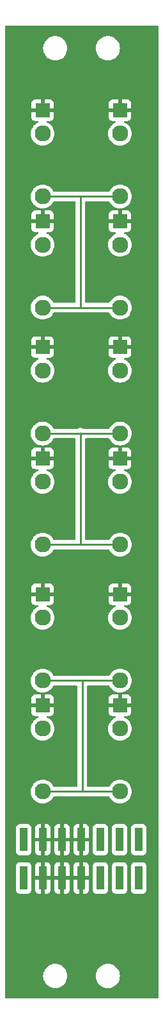
<source format=gbr>
%TF.GenerationSoftware,KiCad,Pcbnew,(7.0.0)*%
%TF.CreationDate,2023-03-06T17:31:15-08:00*%
%TF.ProjectId,passive mult,70617373-6976-4652-906d-756c742e6b69,rev?*%
%TF.SameCoordinates,Original*%
%TF.FileFunction,Copper,L1,Top*%
%TF.FilePolarity,Positive*%
%FSLAX46Y46*%
G04 Gerber Fmt 4.6, Leading zero omitted, Abs format (unit mm)*
G04 Created by KiCad (PCBNEW (7.0.0)) date 2023-03-06 17:31:15*
%MOMM*%
%LPD*%
G01*
G04 APERTURE LIST*
%TA.AperFunction,SMDPad,CuDef*%
%ADD10R,1.000000X3.150000*%
%TD*%
%TA.AperFunction,ComponentPad*%
%ADD11R,1.930000X1.830000*%
%TD*%
%TA.AperFunction,ComponentPad*%
%ADD12C,2.130000*%
%TD*%
%TA.AperFunction,Conductor*%
%ADD13C,0.250000*%
%TD*%
G04 APERTURE END LIST*
D10*
%TO.P,J1,1,-12v_R*%
%TO.N,unconnected-(J1--12v_R-Pad1)*%
X22509999Y-132549999D03*
%TO.P,J1,2,-12v_L*%
%TO.N,unconnected-(J1--12v_L-Pad2)*%
X22509999Y-127499999D03*
%TO.P,J1,3,GND*%
%TO.N,GND*%
X25049999Y-132549999D03*
%TO.P,J1,4,GND*%
X25049999Y-127499999D03*
%TO.P,J1,5,GND_R3*%
X27589999Y-132549999D03*
%TO.P,J1,6,GND_L3*%
X27589999Y-127499999D03*
%TO.P,J1,7,GND_R2*%
X30129999Y-132549999D03*
%TO.P,J1,8,GND_L2*%
X30129999Y-127499999D03*
%TO.P,J1,9,+12V_R*%
%TO.N,unconnected-(J1-+12V_R-Pad9)*%
X32669999Y-132549999D03*
%TO.P,J1,10,+12V_L*%
%TO.N,unconnected-(J1-+12V_L-Pad10)*%
X32669999Y-127499999D03*
%TO.P,J1,11,+5v_R*%
%TO.N,unconnected-(J1-+5v_R-Pad11)*%
X35209999Y-132549999D03*
%TO.P,J1,12,+5v_L*%
%TO.N,unconnected-(J1-+5v_L-Pad12)*%
X35209999Y-127499999D03*
%TO.P,J1,13,CV_R*%
%TO.N,unconnected-(J1-CV_R-Pad13)*%
X37749999Y-132549999D03*
%TO.P,J1,14,CV_L*%
%TO.N,unconnected-(J1-CV_L-Pad14)*%
X37749999Y-127499999D03*
%TD*%
D11*
%TO.P,J10,S*%
%TO.N,GND*%
X35249999Y-95099999D03*
D12*
%TO.P,J10,T*%
%TO.N,Net-(J10-PadT)*%
X35250000Y-106500000D03*
%TO.P,J10,TN*%
%TO.N,unconnected-(J10-PadTN)*%
X35250000Y-98200000D03*
%TD*%
D11*
%TO.P,J8,S*%
%TO.N,GND*%
X35249999Y-77149999D03*
D12*
%TO.P,J8,T*%
%TO.N,Net-(J6-PadT)*%
X35250000Y-88550000D03*
%TO.P,J8,TN*%
%TO.N,unconnected-(J8-PadTN)*%
X35250000Y-80250000D03*
%TD*%
D11*
%TO.P,J7,S*%
%TO.N,GND*%
X24999999Y-62469999D03*
D12*
%TO.P,J7,T*%
%TO.N,Net-(J6-PadT)*%
X25000000Y-73870000D03*
%TO.P,J7,TN*%
%TO.N,unconnected-(J7-PadTN)*%
X25000000Y-65570000D03*
%TD*%
D11*
%TO.P,J12,S*%
%TO.N,GND*%
X35249999Y-109749999D03*
D12*
%TO.P,J12,T*%
%TO.N,Net-(J10-PadT)*%
X35250000Y-121150000D03*
%TO.P,J12,TN*%
%TO.N,unconnected-(J12-PadTN)*%
X35250000Y-112850000D03*
%TD*%
D11*
%TO.P,J11,S*%
%TO.N,GND*%
X24999999Y-95099999D03*
D12*
%TO.P,J11,T*%
%TO.N,Net-(J10-PadT)*%
X25000000Y-106500000D03*
%TO.P,J11,TN*%
%TO.N,unconnected-(J11-PadTN)*%
X25000000Y-98200000D03*
%TD*%
D11*
%TO.P,J13,S*%
%TO.N,GND*%
X24999999Y-109749999D03*
D12*
%TO.P,J13,T*%
%TO.N,Net-(J10-PadT)*%
X25000000Y-121150000D03*
%TO.P,J13,TN*%
%TO.N,unconnected-(J13-PadTN)*%
X25000000Y-112850000D03*
%TD*%
D11*
%TO.P,J9,S*%
%TO.N,GND*%
X24999999Y-77149999D03*
D12*
%TO.P,J9,T*%
%TO.N,Net-(J6-PadT)*%
X25000000Y-88550000D03*
%TO.P,J9,TN*%
%TO.N,unconnected-(J9-PadTN)*%
X25000000Y-80250000D03*
%TD*%
D11*
%TO.P,J4,S*%
%TO.N,GND*%
X35249999Y-45849999D03*
D12*
%TO.P,J4,T*%
%TO.N,Net-(J2-PadT)*%
X35250000Y-57250000D03*
%TO.P,J4,TN*%
%TO.N,unconnected-(J4-PadTN)*%
X35250000Y-48950000D03*
%TD*%
D11*
%TO.P,J6,S*%
%TO.N,GND*%
X35249999Y-62469999D03*
D12*
%TO.P,J6,T*%
%TO.N,Net-(J6-PadT)*%
X35250000Y-73870000D03*
%TO.P,J6,TN*%
%TO.N,unconnected-(J6-PadTN)*%
X35250000Y-65570000D03*
%TD*%
D11*
%TO.P,J5,S*%
%TO.N,GND*%
X24999999Y-45849999D03*
D12*
%TO.P,J5,T*%
%TO.N,Net-(J2-PadT)*%
X25000000Y-57250000D03*
%TO.P,J5,TN*%
%TO.N,unconnected-(J5-PadTN)*%
X25000000Y-48950000D03*
%TD*%
D11*
%TO.P,J2,S*%
%TO.N,GND*%
X35249999Y-31179999D03*
D12*
%TO.P,J2,T*%
%TO.N,Net-(J2-PadT)*%
X35250000Y-42580000D03*
%TO.P,J2,TN*%
%TO.N,unconnected-(J2-PadTN)*%
X35250000Y-34280000D03*
%TD*%
D11*
%TO.P,J3,S*%
%TO.N,GND*%
X24999999Y-31179999D03*
D12*
%TO.P,J3,T*%
%TO.N,Net-(J2-PadT)*%
X25000000Y-42580000D03*
%TO.P,J3,TN*%
%TO.N,unconnected-(J3-PadTN)*%
X25000000Y-34280000D03*
%TD*%
D13*
%TO.N,Net-(J2-PadT)*%
X35250000Y-57250000D02*
X30000000Y-57250000D01*
X30000000Y-57250000D02*
X30000000Y-42580000D01*
X30000000Y-42580000D02*
X35250000Y-42580000D01*
X30000000Y-57250000D02*
X25000000Y-57250000D01*
X25000000Y-42580000D02*
X30000000Y-42580000D01*
%TO.N,Net-(J6-PadT)*%
X25000000Y-73870000D02*
X30000000Y-73870000D01*
X25000000Y-88550000D02*
X30000000Y-88550000D01*
X30000000Y-88550000D02*
X35250000Y-88550000D01*
X30000000Y-73870000D02*
X35250000Y-73870000D01*
X30000000Y-88550000D02*
X30000000Y-73870000D01*
X30000000Y-73750000D02*
X30000000Y-73870000D01*
%TO.N,Net-(J10-PadT)*%
X30250000Y-121150000D02*
X35250000Y-121150000D01*
X25000000Y-106500000D02*
X30250000Y-106500000D01*
X30250000Y-121150000D02*
X30250000Y-106500000D01*
X25000000Y-121150000D02*
X30250000Y-121150000D01*
X30250000Y-106500000D02*
X35250000Y-106500000D01*
%TD*%
%TA.AperFunction,Conductor*%
%TO.N,GND*%
G36*
X40257500Y-20017113D02*
G01*
X40302887Y-20062500D01*
X40319500Y-20124500D01*
X40319500Y-148375500D01*
X40302887Y-148437500D01*
X40257500Y-148482887D01*
X40195500Y-148499500D01*
X20124500Y-148499500D01*
X20062500Y-148482887D01*
X20017113Y-148437500D01*
X20000500Y-148375500D01*
X20000500Y-145500000D01*
X25074551Y-145500000D01*
X25094317Y-145751148D01*
X25095452Y-145755877D01*
X25095453Y-145755881D01*
X25151989Y-145991374D01*
X25151991Y-145991382D01*
X25153127Y-145996111D01*
X25249534Y-146228859D01*
X25252081Y-146233016D01*
X25252082Y-146233017D01*
X25378617Y-146439504D01*
X25378622Y-146439511D01*
X25381164Y-146443659D01*
X25384324Y-146447358D01*
X25384327Y-146447363D01*
X25534845Y-146623596D01*
X25544776Y-146635224D01*
X25548476Y-146638384D01*
X25730705Y-146794023D01*
X25736341Y-146798836D01*
X25740491Y-146801379D01*
X25740495Y-146801382D01*
X25852300Y-146869896D01*
X25951141Y-146930466D01*
X26183889Y-147026873D01*
X26428852Y-147085683D01*
X26680000Y-147105449D01*
X26931148Y-147085683D01*
X27176111Y-147026873D01*
X27408859Y-146930466D01*
X27623659Y-146798836D01*
X27815224Y-146635224D01*
X27978836Y-146443659D01*
X28110466Y-146228859D01*
X28206873Y-145996111D01*
X28265683Y-145751148D01*
X28285449Y-145500000D01*
X32034551Y-145500000D01*
X32054317Y-145751148D01*
X32055452Y-145755877D01*
X32055453Y-145755881D01*
X32111989Y-145991374D01*
X32111991Y-145991382D01*
X32113127Y-145996111D01*
X32209534Y-146228859D01*
X32212081Y-146233016D01*
X32212082Y-146233017D01*
X32338617Y-146439504D01*
X32338622Y-146439511D01*
X32341164Y-146443659D01*
X32344324Y-146447358D01*
X32344327Y-146447363D01*
X32494845Y-146623596D01*
X32504776Y-146635224D01*
X32508476Y-146638384D01*
X32690705Y-146794023D01*
X32696341Y-146798836D01*
X32700491Y-146801379D01*
X32700495Y-146801382D01*
X32812300Y-146869896D01*
X32911141Y-146930466D01*
X33143889Y-147026873D01*
X33388852Y-147085683D01*
X33640000Y-147105449D01*
X33891148Y-147085683D01*
X34136111Y-147026873D01*
X34368859Y-146930466D01*
X34583659Y-146798836D01*
X34775224Y-146635224D01*
X34938836Y-146443659D01*
X35070466Y-146228859D01*
X35166873Y-145996111D01*
X35225683Y-145751148D01*
X35245449Y-145500000D01*
X35225683Y-145248852D01*
X35166873Y-145003889D01*
X35070466Y-144771141D01*
X34938836Y-144556341D01*
X34775224Y-144364776D01*
X34771523Y-144361615D01*
X34587363Y-144204327D01*
X34587358Y-144204324D01*
X34583659Y-144201164D01*
X34579511Y-144198622D01*
X34579504Y-144198617D01*
X34373017Y-144072082D01*
X34373016Y-144072081D01*
X34368859Y-144069534D01*
X34136111Y-143973127D01*
X34131382Y-143971991D01*
X34131374Y-143971989D01*
X33895881Y-143915453D01*
X33895877Y-143915452D01*
X33891148Y-143914317D01*
X33886295Y-143913935D01*
X33644854Y-143894933D01*
X33640000Y-143894551D01*
X33635146Y-143894933D01*
X33393704Y-143913935D01*
X33393702Y-143913935D01*
X33388852Y-143914317D01*
X33384124Y-143915451D01*
X33384118Y-143915453D01*
X33148625Y-143971989D01*
X33148613Y-143971992D01*
X33143889Y-143973127D01*
X33139392Y-143974989D01*
X33139388Y-143974991D01*
X32915645Y-144067668D01*
X32915640Y-144067670D01*
X32911141Y-144069534D01*
X32906988Y-144072078D01*
X32906982Y-144072082D01*
X32700495Y-144198617D01*
X32700482Y-144198626D01*
X32696341Y-144201164D01*
X32692646Y-144204319D01*
X32692636Y-144204327D01*
X32508476Y-144361615D01*
X32508469Y-144361621D01*
X32504776Y-144364776D01*
X32501621Y-144368469D01*
X32501615Y-144368476D01*
X32344327Y-144552636D01*
X32344319Y-144552646D01*
X32341164Y-144556341D01*
X32338626Y-144560482D01*
X32338617Y-144560495D01*
X32212082Y-144766982D01*
X32212078Y-144766988D01*
X32209534Y-144771141D01*
X32207670Y-144775640D01*
X32207668Y-144775645D01*
X32114991Y-144999388D01*
X32113127Y-145003889D01*
X32111992Y-145008613D01*
X32111989Y-145008625D01*
X32055453Y-145244118D01*
X32055451Y-145244124D01*
X32054317Y-145248852D01*
X32034551Y-145500000D01*
X28285449Y-145500000D01*
X28265683Y-145248852D01*
X28206873Y-145003889D01*
X28110466Y-144771141D01*
X27978836Y-144556341D01*
X27815224Y-144364776D01*
X27811523Y-144361615D01*
X27627363Y-144204327D01*
X27627358Y-144204324D01*
X27623659Y-144201164D01*
X27619511Y-144198622D01*
X27619504Y-144198617D01*
X27413017Y-144072082D01*
X27413016Y-144072081D01*
X27408859Y-144069534D01*
X27176111Y-143973127D01*
X27171382Y-143971991D01*
X27171374Y-143971989D01*
X26935881Y-143915453D01*
X26935877Y-143915452D01*
X26931148Y-143914317D01*
X26926295Y-143913935D01*
X26684854Y-143894933D01*
X26680000Y-143894551D01*
X26675146Y-143894933D01*
X26433704Y-143913935D01*
X26433702Y-143913935D01*
X26428852Y-143914317D01*
X26424124Y-143915451D01*
X26424118Y-143915453D01*
X26188625Y-143971989D01*
X26188613Y-143971992D01*
X26183889Y-143973127D01*
X26179392Y-143974989D01*
X26179388Y-143974991D01*
X25955645Y-144067668D01*
X25955640Y-144067670D01*
X25951141Y-144069534D01*
X25946988Y-144072078D01*
X25946982Y-144072082D01*
X25740495Y-144198617D01*
X25740482Y-144198626D01*
X25736341Y-144201164D01*
X25732646Y-144204319D01*
X25732636Y-144204327D01*
X25548476Y-144361615D01*
X25548469Y-144361621D01*
X25544776Y-144364776D01*
X25541621Y-144368469D01*
X25541615Y-144368476D01*
X25384327Y-144552636D01*
X25384319Y-144552646D01*
X25381164Y-144556341D01*
X25378626Y-144560482D01*
X25378617Y-144560495D01*
X25252082Y-144766982D01*
X25252078Y-144766988D01*
X25249534Y-144771141D01*
X25247670Y-144775640D01*
X25247668Y-144775645D01*
X25154991Y-144999388D01*
X25153127Y-145003889D01*
X25151992Y-145008613D01*
X25151989Y-145008625D01*
X25095453Y-145244118D01*
X25095451Y-145244124D01*
X25094317Y-145248852D01*
X25074551Y-145500000D01*
X20000500Y-145500000D01*
X20000500Y-138000000D01*
X21499459Y-138000000D01*
X21499617Y-138000383D01*
X21499901Y-138000500D01*
X24487944Y-138000500D01*
X24500099Y-138000500D01*
X24500383Y-138000383D01*
X24500541Y-138000000D01*
X26499459Y-138000000D01*
X26499617Y-138000383D01*
X26499901Y-138000500D01*
X29487944Y-138000500D01*
X29500099Y-138000500D01*
X29500383Y-138000383D01*
X29500541Y-138000000D01*
X31499459Y-138000000D01*
X31499617Y-138000383D01*
X31499901Y-138000500D01*
X34487944Y-138000500D01*
X34500099Y-138000500D01*
X34500383Y-138000383D01*
X34500541Y-138000000D01*
X36499459Y-138000000D01*
X36499617Y-138000383D01*
X36499901Y-138000500D01*
X39487944Y-138000500D01*
X39500099Y-138000500D01*
X39500383Y-138000383D01*
X39500541Y-138000000D01*
X39500383Y-137999617D01*
X39500099Y-137999500D01*
X36499901Y-137999500D01*
X36499617Y-137999617D01*
X36499459Y-138000000D01*
X34500541Y-138000000D01*
X34500383Y-137999617D01*
X34500099Y-137999500D01*
X31499901Y-137999500D01*
X31499617Y-137999617D01*
X31499459Y-138000000D01*
X29500541Y-138000000D01*
X29500383Y-137999617D01*
X29500099Y-137999500D01*
X26499901Y-137999500D01*
X26499617Y-137999617D01*
X26499459Y-138000000D01*
X24500541Y-138000000D01*
X24500383Y-137999617D01*
X24500099Y-137999500D01*
X21499901Y-137999500D01*
X21499617Y-137999617D01*
X21499459Y-138000000D01*
X20000500Y-138000000D01*
X20000500Y-134169578D01*
X21509500Y-134169578D01*
X21509501Y-134172872D01*
X21509853Y-134176150D01*
X21509854Y-134176161D01*
X21515079Y-134224768D01*
X21515080Y-134224773D01*
X21515909Y-134232483D01*
X21518619Y-134239749D01*
X21518620Y-134239753D01*
X21552217Y-134329831D01*
X21566204Y-134367331D01*
X21652454Y-134482546D01*
X21767669Y-134568796D01*
X21902517Y-134619091D01*
X21962127Y-134625500D01*
X23057872Y-134625499D01*
X23117483Y-134619091D01*
X23252331Y-134568796D01*
X23367546Y-134482546D01*
X23453796Y-134367331D01*
X23504091Y-134232483D01*
X23510500Y-134172873D01*
X23510500Y-134169518D01*
X24050000Y-134169518D01*
X24050353Y-134176114D01*
X24055573Y-134224667D01*
X24059111Y-134239641D01*
X24103547Y-134358777D01*
X24111962Y-134374189D01*
X24187498Y-134475092D01*
X24199907Y-134487501D01*
X24300810Y-134563037D01*
X24316222Y-134571452D01*
X24435358Y-134615888D01*
X24450332Y-134619426D01*
X24498885Y-134624646D01*
X24505482Y-134625000D01*
X24783674Y-134625000D01*
X24796549Y-134621549D01*
X24800000Y-134608674D01*
X25300000Y-134608674D01*
X25303450Y-134621549D01*
X25316326Y-134625000D01*
X25594518Y-134625000D01*
X25601114Y-134624646D01*
X25649667Y-134619426D01*
X25664641Y-134615888D01*
X25783777Y-134571452D01*
X25799189Y-134563037D01*
X25900092Y-134487501D01*
X25912501Y-134475092D01*
X25988037Y-134374189D01*
X25996452Y-134358777D01*
X26040888Y-134239641D01*
X26044426Y-134224667D01*
X26049646Y-134176114D01*
X26050000Y-134169518D01*
X26590000Y-134169518D01*
X26590353Y-134176114D01*
X26595573Y-134224667D01*
X26599111Y-134239641D01*
X26643547Y-134358777D01*
X26651962Y-134374189D01*
X26727498Y-134475092D01*
X26739907Y-134487501D01*
X26840810Y-134563037D01*
X26856222Y-134571452D01*
X26975358Y-134615888D01*
X26990332Y-134619426D01*
X27038885Y-134624646D01*
X27045482Y-134625000D01*
X27323674Y-134625000D01*
X27336549Y-134621549D01*
X27340000Y-134608674D01*
X27840000Y-134608674D01*
X27843450Y-134621549D01*
X27856326Y-134625000D01*
X28134518Y-134625000D01*
X28141114Y-134624646D01*
X28189667Y-134619426D01*
X28204641Y-134615888D01*
X28323777Y-134571452D01*
X28339189Y-134563037D01*
X28440092Y-134487501D01*
X28452501Y-134475092D01*
X28528037Y-134374189D01*
X28536452Y-134358777D01*
X28580888Y-134239641D01*
X28584426Y-134224667D01*
X28589646Y-134176114D01*
X28590000Y-134169518D01*
X29130000Y-134169518D01*
X29130353Y-134176114D01*
X29135573Y-134224667D01*
X29139111Y-134239641D01*
X29183547Y-134358777D01*
X29191962Y-134374189D01*
X29267498Y-134475092D01*
X29279907Y-134487501D01*
X29380810Y-134563037D01*
X29396222Y-134571452D01*
X29515358Y-134615888D01*
X29530332Y-134619426D01*
X29578885Y-134624646D01*
X29585482Y-134625000D01*
X29863674Y-134625000D01*
X29876549Y-134621549D01*
X29880000Y-134608674D01*
X30380000Y-134608674D01*
X30383450Y-134621549D01*
X30396326Y-134625000D01*
X30674518Y-134625000D01*
X30681114Y-134624646D01*
X30729667Y-134619426D01*
X30744641Y-134615888D01*
X30863777Y-134571452D01*
X30879189Y-134563037D01*
X30980092Y-134487501D01*
X30992501Y-134475092D01*
X31068037Y-134374189D01*
X31076452Y-134358777D01*
X31120888Y-134239641D01*
X31124426Y-134224667D01*
X31129646Y-134176114D01*
X31129997Y-134169578D01*
X31669500Y-134169578D01*
X31669501Y-134172872D01*
X31669853Y-134176150D01*
X31669854Y-134176161D01*
X31675079Y-134224768D01*
X31675080Y-134224773D01*
X31675909Y-134232483D01*
X31678619Y-134239749D01*
X31678620Y-134239753D01*
X31712217Y-134329831D01*
X31726204Y-134367331D01*
X31812454Y-134482546D01*
X31927669Y-134568796D01*
X32062517Y-134619091D01*
X32122127Y-134625500D01*
X33217872Y-134625499D01*
X33277483Y-134619091D01*
X33412331Y-134568796D01*
X33527546Y-134482546D01*
X33613796Y-134367331D01*
X33664091Y-134232483D01*
X33670500Y-134172873D01*
X33670500Y-134169578D01*
X34209500Y-134169578D01*
X34209501Y-134172872D01*
X34209853Y-134176150D01*
X34209854Y-134176161D01*
X34215079Y-134224768D01*
X34215080Y-134224773D01*
X34215909Y-134232483D01*
X34218619Y-134239749D01*
X34218620Y-134239753D01*
X34252217Y-134329831D01*
X34266204Y-134367331D01*
X34352454Y-134482546D01*
X34467669Y-134568796D01*
X34602517Y-134619091D01*
X34662127Y-134625500D01*
X35757872Y-134625499D01*
X35817483Y-134619091D01*
X35952331Y-134568796D01*
X36067546Y-134482546D01*
X36153796Y-134367331D01*
X36204091Y-134232483D01*
X36210500Y-134172873D01*
X36210500Y-134169578D01*
X36749500Y-134169578D01*
X36749501Y-134172872D01*
X36749853Y-134176150D01*
X36749854Y-134176161D01*
X36755079Y-134224768D01*
X36755080Y-134224773D01*
X36755909Y-134232483D01*
X36758619Y-134239749D01*
X36758620Y-134239753D01*
X36792217Y-134329831D01*
X36806204Y-134367331D01*
X36892454Y-134482546D01*
X37007669Y-134568796D01*
X37142517Y-134619091D01*
X37202127Y-134625500D01*
X38297872Y-134625499D01*
X38357483Y-134619091D01*
X38492331Y-134568796D01*
X38607546Y-134482546D01*
X38693796Y-134367331D01*
X38744091Y-134232483D01*
X38750500Y-134172873D01*
X38750499Y-130927128D01*
X38744091Y-130867517D01*
X38693796Y-130732669D01*
X38607546Y-130617454D01*
X38492331Y-130531204D01*
X38421965Y-130504959D01*
X38364752Y-130483620D01*
X38364750Y-130483619D01*
X38357483Y-130480909D01*
X38349770Y-130480079D01*
X38349767Y-130480079D01*
X38301180Y-130474855D01*
X38301169Y-130474854D01*
X38297873Y-130474500D01*
X38294550Y-130474500D01*
X37205439Y-130474500D01*
X37205420Y-130474500D01*
X37202128Y-130474501D01*
X37198850Y-130474853D01*
X37198838Y-130474854D01*
X37150231Y-130480079D01*
X37150225Y-130480080D01*
X37142517Y-130480909D01*
X37135252Y-130483618D01*
X37135246Y-130483620D01*
X37015980Y-130528104D01*
X37015978Y-130528104D01*
X37007669Y-130531204D01*
X37000572Y-130536516D01*
X37000568Y-130536519D01*
X36899550Y-130612141D01*
X36899546Y-130612144D01*
X36892454Y-130617454D01*
X36887144Y-130624546D01*
X36887141Y-130624550D01*
X36811519Y-130725568D01*
X36811516Y-130725572D01*
X36806204Y-130732669D01*
X36803104Y-130740978D01*
X36803104Y-130740980D01*
X36758620Y-130860247D01*
X36758619Y-130860250D01*
X36755909Y-130867517D01*
X36755079Y-130875227D01*
X36755079Y-130875232D01*
X36749855Y-130923819D01*
X36749854Y-130923831D01*
X36749500Y-130927127D01*
X36749500Y-130930448D01*
X36749500Y-130930449D01*
X36749500Y-134169560D01*
X36749500Y-134169578D01*
X36210500Y-134169578D01*
X36210499Y-130927128D01*
X36204091Y-130867517D01*
X36153796Y-130732669D01*
X36067546Y-130617454D01*
X35952331Y-130531204D01*
X35881965Y-130504959D01*
X35824752Y-130483620D01*
X35824750Y-130483619D01*
X35817483Y-130480909D01*
X35809770Y-130480079D01*
X35809767Y-130480079D01*
X35761180Y-130474855D01*
X35761169Y-130474854D01*
X35757873Y-130474500D01*
X35754550Y-130474500D01*
X34665439Y-130474500D01*
X34665420Y-130474500D01*
X34662128Y-130474501D01*
X34658850Y-130474853D01*
X34658838Y-130474854D01*
X34610231Y-130480079D01*
X34610225Y-130480080D01*
X34602517Y-130480909D01*
X34595252Y-130483618D01*
X34595246Y-130483620D01*
X34475980Y-130528104D01*
X34475978Y-130528104D01*
X34467669Y-130531204D01*
X34460572Y-130536516D01*
X34460568Y-130536519D01*
X34359550Y-130612141D01*
X34359546Y-130612144D01*
X34352454Y-130617454D01*
X34347144Y-130624546D01*
X34347141Y-130624550D01*
X34271519Y-130725568D01*
X34271516Y-130725572D01*
X34266204Y-130732669D01*
X34263104Y-130740978D01*
X34263104Y-130740980D01*
X34218620Y-130860247D01*
X34218619Y-130860250D01*
X34215909Y-130867517D01*
X34215079Y-130875227D01*
X34215079Y-130875232D01*
X34209855Y-130923819D01*
X34209854Y-130923831D01*
X34209500Y-130927127D01*
X34209500Y-130930448D01*
X34209500Y-130930449D01*
X34209500Y-134169560D01*
X34209500Y-134169578D01*
X33670500Y-134169578D01*
X33670499Y-130927128D01*
X33664091Y-130867517D01*
X33613796Y-130732669D01*
X33527546Y-130617454D01*
X33412331Y-130531204D01*
X33341965Y-130504959D01*
X33284752Y-130483620D01*
X33284750Y-130483619D01*
X33277483Y-130480909D01*
X33269770Y-130480079D01*
X33269767Y-130480079D01*
X33221180Y-130474855D01*
X33221169Y-130474854D01*
X33217873Y-130474500D01*
X33214550Y-130474500D01*
X32125439Y-130474500D01*
X32125420Y-130474500D01*
X32122128Y-130474501D01*
X32118850Y-130474853D01*
X32118838Y-130474854D01*
X32070231Y-130480079D01*
X32070225Y-130480080D01*
X32062517Y-130480909D01*
X32055252Y-130483618D01*
X32055246Y-130483620D01*
X31935980Y-130528104D01*
X31935978Y-130528104D01*
X31927669Y-130531204D01*
X31920572Y-130536516D01*
X31920568Y-130536519D01*
X31819550Y-130612141D01*
X31819546Y-130612144D01*
X31812454Y-130617454D01*
X31807144Y-130624546D01*
X31807141Y-130624550D01*
X31731519Y-130725568D01*
X31731516Y-130725572D01*
X31726204Y-130732669D01*
X31723104Y-130740978D01*
X31723104Y-130740980D01*
X31678620Y-130860247D01*
X31678619Y-130860250D01*
X31675909Y-130867517D01*
X31675079Y-130875227D01*
X31675079Y-130875232D01*
X31669855Y-130923819D01*
X31669854Y-130923831D01*
X31669500Y-130927127D01*
X31669500Y-130930448D01*
X31669500Y-130930449D01*
X31669500Y-134169560D01*
X31669500Y-134169578D01*
X31129997Y-134169578D01*
X31130000Y-134169518D01*
X31130000Y-132816326D01*
X31126549Y-132803450D01*
X31113674Y-132800000D01*
X30396326Y-132800000D01*
X30383450Y-132803450D01*
X30380000Y-132816326D01*
X30380000Y-134608674D01*
X29880000Y-134608674D01*
X29880000Y-132816326D01*
X29876549Y-132803450D01*
X29863674Y-132800000D01*
X29146326Y-132800000D01*
X29133450Y-132803450D01*
X29130000Y-132816326D01*
X29130000Y-134169518D01*
X28590000Y-134169518D01*
X28590000Y-132816326D01*
X28586549Y-132803450D01*
X28573674Y-132800000D01*
X27856326Y-132800000D01*
X27843450Y-132803450D01*
X27840000Y-132816326D01*
X27840000Y-134608674D01*
X27340000Y-134608674D01*
X27340000Y-132816326D01*
X27336549Y-132803450D01*
X27323674Y-132800000D01*
X26606326Y-132800000D01*
X26593450Y-132803450D01*
X26590000Y-132816326D01*
X26590000Y-134169518D01*
X26050000Y-134169518D01*
X26050000Y-132816326D01*
X26046549Y-132803450D01*
X26033674Y-132800000D01*
X25316326Y-132800000D01*
X25303450Y-132803450D01*
X25300000Y-132816326D01*
X25300000Y-134608674D01*
X24800000Y-134608674D01*
X24800000Y-132816326D01*
X24796549Y-132803450D01*
X24783674Y-132800000D01*
X24066326Y-132800000D01*
X24053450Y-132803450D01*
X24050000Y-132816326D01*
X24050000Y-134169518D01*
X23510500Y-134169518D01*
X23510499Y-132283674D01*
X24050000Y-132283674D01*
X24053450Y-132296549D01*
X24066326Y-132300000D01*
X24783674Y-132300000D01*
X24796549Y-132296549D01*
X24800000Y-132283674D01*
X25300000Y-132283674D01*
X25303450Y-132296549D01*
X25316326Y-132300000D01*
X26033674Y-132300000D01*
X26046549Y-132296549D01*
X26050000Y-132283674D01*
X26590000Y-132283674D01*
X26593450Y-132296549D01*
X26606326Y-132300000D01*
X27323674Y-132300000D01*
X27336549Y-132296549D01*
X27340000Y-132283674D01*
X27840000Y-132283674D01*
X27843450Y-132296549D01*
X27856326Y-132300000D01*
X28573674Y-132300000D01*
X28586549Y-132296549D01*
X28590000Y-132283674D01*
X29130000Y-132283674D01*
X29133450Y-132296549D01*
X29146326Y-132300000D01*
X29863674Y-132300000D01*
X29876549Y-132296549D01*
X29880000Y-132283674D01*
X30380000Y-132283674D01*
X30383450Y-132296549D01*
X30396326Y-132300000D01*
X31113674Y-132300000D01*
X31126549Y-132296549D01*
X31130000Y-132283674D01*
X31130000Y-130930482D01*
X31129646Y-130923885D01*
X31124426Y-130875332D01*
X31120888Y-130860358D01*
X31076452Y-130741222D01*
X31068037Y-130725810D01*
X30992501Y-130624907D01*
X30980092Y-130612498D01*
X30879189Y-130536962D01*
X30863777Y-130528547D01*
X30744641Y-130484111D01*
X30729667Y-130480573D01*
X30681114Y-130475353D01*
X30674518Y-130475000D01*
X30396326Y-130475000D01*
X30383450Y-130478450D01*
X30380000Y-130491326D01*
X30380000Y-132283674D01*
X29880000Y-132283674D01*
X29880000Y-130491326D01*
X29876549Y-130478450D01*
X29863674Y-130475000D01*
X29585482Y-130475000D01*
X29578885Y-130475353D01*
X29530332Y-130480573D01*
X29515358Y-130484111D01*
X29396222Y-130528547D01*
X29380810Y-130536962D01*
X29279907Y-130612498D01*
X29267498Y-130624907D01*
X29191962Y-130725810D01*
X29183547Y-130741222D01*
X29139111Y-130860358D01*
X29135573Y-130875332D01*
X29130353Y-130923885D01*
X29130000Y-130930482D01*
X29130000Y-132283674D01*
X28590000Y-132283674D01*
X28590000Y-130930482D01*
X28589646Y-130923885D01*
X28584426Y-130875332D01*
X28580888Y-130860358D01*
X28536452Y-130741222D01*
X28528037Y-130725810D01*
X28452501Y-130624907D01*
X28440092Y-130612498D01*
X28339189Y-130536962D01*
X28323777Y-130528547D01*
X28204641Y-130484111D01*
X28189667Y-130480573D01*
X28141114Y-130475353D01*
X28134518Y-130475000D01*
X27856326Y-130475000D01*
X27843450Y-130478450D01*
X27840000Y-130491326D01*
X27840000Y-132283674D01*
X27340000Y-132283674D01*
X27340000Y-130491326D01*
X27336549Y-130478450D01*
X27323674Y-130475000D01*
X27045482Y-130475000D01*
X27038885Y-130475353D01*
X26990332Y-130480573D01*
X26975358Y-130484111D01*
X26856222Y-130528547D01*
X26840810Y-130536962D01*
X26739907Y-130612498D01*
X26727498Y-130624907D01*
X26651962Y-130725810D01*
X26643547Y-130741222D01*
X26599111Y-130860358D01*
X26595573Y-130875332D01*
X26590353Y-130923885D01*
X26590000Y-130930482D01*
X26590000Y-132283674D01*
X26050000Y-132283674D01*
X26050000Y-130930482D01*
X26049646Y-130923885D01*
X26044426Y-130875332D01*
X26040888Y-130860358D01*
X25996452Y-130741222D01*
X25988037Y-130725810D01*
X25912501Y-130624907D01*
X25900092Y-130612498D01*
X25799189Y-130536962D01*
X25783777Y-130528547D01*
X25664641Y-130484111D01*
X25649667Y-130480573D01*
X25601114Y-130475353D01*
X25594518Y-130475000D01*
X25316326Y-130475000D01*
X25303450Y-130478450D01*
X25300000Y-130491326D01*
X25300000Y-132283674D01*
X24800000Y-132283674D01*
X24800000Y-130491326D01*
X24796549Y-130478450D01*
X24783674Y-130475000D01*
X24505482Y-130475000D01*
X24498885Y-130475353D01*
X24450332Y-130480573D01*
X24435358Y-130484111D01*
X24316222Y-130528547D01*
X24300810Y-130536962D01*
X24199907Y-130612498D01*
X24187498Y-130624907D01*
X24111962Y-130725810D01*
X24103547Y-130741222D01*
X24059111Y-130860358D01*
X24055573Y-130875332D01*
X24050353Y-130923885D01*
X24050000Y-130930482D01*
X24050000Y-132283674D01*
X23510499Y-132283674D01*
X23510499Y-130927128D01*
X23504091Y-130867517D01*
X23453796Y-130732669D01*
X23367546Y-130617454D01*
X23252331Y-130531204D01*
X23181965Y-130504959D01*
X23124752Y-130483620D01*
X23124750Y-130483619D01*
X23117483Y-130480909D01*
X23109770Y-130480079D01*
X23109767Y-130480079D01*
X23061180Y-130474855D01*
X23061169Y-130474854D01*
X23057873Y-130474500D01*
X23054550Y-130474500D01*
X21965439Y-130474500D01*
X21965420Y-130474500D01*
X21962128Y-130474501D01*
X21958850Y-130474853D01*
X21958838Y-130474854D01*
X21910231Y-130480079D01*
X21910225Y-130480080D01*
X21902517Y-130480909D01*
X21895252Y-130483618D01*
X21895246Y-130483620D01*
X21775980Y-130528104D01*
X21775978Y-130528104D01*
X21767669Y-130531204D01*
X21760572Y-130536516D01*
X21760568Y-130536519D01*
X21659550Y-130612141D01*
X21659546Y-130612144D01*
X21652454Y-130617454D01*
X21647144Y-130624546D01*
X21647141Y-130624550D01*
X21571519Y-130725568D01*
X21571516Y-130725572D01*
X21566204Y-130732669D01*
X21563104Y-130740978D01*
X21563104Y-130740980D01*
X21518620Y-130860247D01*
X21518619Y-130860250D01*
X21515909Y-130867517D01*
X21515079Y-130875227D01*
X21515079Y-130875232D01*
X21509855Y-130923819D01*
X21509854Y-130923831D01*
X21509500Y-130927127D01*
X21509500Y-130930448D01*
X21509500Y-130930449D01*
X21509500Y-134169560D01*
X21509500Y-134169578D01*
X20000500Y-134169578D01*
X20000500Y-129119578D01*
X21509500Y-129119578D01*
X21509501Y-129122872D01*
X21509853Y-129126150D01*
X21509854Y-129126161D01*
X21515079Y-129174768D01*
X21515080Y-129174773D01*
X21515909Y-129182483D01*
X21518619Y-129189749D01*
X21518620Y-129189753D01*
X21552217Y-129279831D01*
X21566204Y-129317331D01*
X21652454Y-129432546D01*
X21767669Y-129518796D01*
X21902517Y-129569091D01*
X21962127Y-129575500D01*
X23057872Y-129575499D01*
X23117483Y-129569091D01*
X23252331Y-129518796D01*
X23367546Y-129432546D01*
X23453796Y-129317331D01*
X23504091Y-129182483D01*
X23510500Y-129122873D01*
X23510500Y-129119518D01*
X24050000Y-129119518D01*
X24050353Y-129126114D01*
X24055573Y-129174667D01*
X24059111Y-129189641D01*
X24103547Y-129308777D01*
X24111962Y-129324189D01*
X24187498Y-129425092D01*
X24199907Y-129437501D01*
X24300810Y-129513037D01*
X24316222Y-129521452D01*
X24435358Y-129565888D01*
X24450332Y-129569426D01*
X24498885Y-129574646D01*
X24505482Y-129575000D01*
X24783674Y-129575000D01*
X24796549Y-129571549D01*
X24800000Y-129558674D01*
X25300000Y-129558674D01*
X25303450Y-129571549D01*
X25316326Y-129575000D01*
X25594518Y-129575000D01*
X25601114Y-129574646D01*
X25649667Y-129569426D01*
X25664641Y-129565888D01*
X25783777Y-129521452D01*
X25799189Y-129513037D01*
X25900092Y-129437501D01*
X25912501Y-129425092D01*
X25988037Y-129324189D01*
X25996452Y-129308777D01*
X26040888Y-129189641D01*
X26044426Y-129174667D01*
X26049646Y-129126114D01*
X26050000Y-129119518D01*
X26590000Y-129119518D01*
X26590353Y-129126114D01*
X26595573Y-129174667D01*
X26599111Y-129189641D01*
X26643547Y-129308777D01*
X26651962Y-129324189D01*
X26727498Y-129425092D01*
X26739907Y-129437501D01*
X26840810Y-129513037D01*
X26856222Y-129521452D01*
X26975358Y-129565888D01*
X26990332Y-129569426D01*
X27038885Y-129574646D01*
X27045482Y-129575000D01*
X27323674Y-129575000D01*
X27336549Y-129571549D01*
X27340000Y-129558674D01*
X27840000Y-129558674D01*
X27843450Y-129571549D01*
X27856326Y-129575000D01*
X28134518Y-129575000D01*
X28141114Y-129574646D01*
X28189667Y-129569426D01*
X28204641Y-129565888D01*
X28323777Y-129521452D01*
X28339189Y-129513037D01*
X28440092Y-129437501D01*
X28452501Y-129425092D01*
X28528037Y-129324189D01*
X28536452Y-129308777D01*
X28580888Y-129189641D01*
X28584426Y-129174667D01*
X28589646Y-129126114D01*
X28590000Y-129119518D01*
X29130000Y-129119518D01*
X29130353Y-129126114D01*
X29135573Y-129174667D01*
X29139111Y-129189641D01*
X29183547Y-129308777D01*
X29191962Y-129324189D01*
X29267498Y-129425092D01*
X29279907Y-129437501D01*
X29380810Y-129513037D01*
X29396222Y-129521452D01*
X29515358Y-129565888D01*
X29530332Y-129569426D01*
X29578885Y-129574646D01*
X29585482Y-129575000D01*
X29863674Y-129575000D01*
X29876549Y-129571549D01*
X29880000Y-129558674D01*
X30380000Y-129558674D01*
X30383450Y-129571549D01*
X30396326Y-129575000D01*
X30674518Y-129575000D01*
X30681114Y-129574646D01*
X30729667Y-129569426D01*
X30744641Y-129565888D01*
X30863777Y-129521452D01*
X30879189Y-129513037D01*
X30980092Y-129437501D01*
X30992501Y-129425092D01*
X31068037Y-129324189D01*
X31076452Y-129308777D01*
X31120888Y-129189641D01*
X31124426Y-129174667D01*
X31129646Y-129126114D01*
X31129997Y-129119578D01*
X31669500Y-129119578D01*
X31669501Y-129122872D01*
X31669853Y-129126150D01*
X31669854Y-129126161D01*
X31675079Y-129174768D01*
X31675080Y-129174773D01*
X31675909Y-129182483D01*
X31678619Y-129189749D01*
X31678620Y-129189753D01*
X31712217Y-129279831D01*
X31726204Y-129317331D01*
X31812454Y-129432546D01*
X31927669Y-129518796D01*
X32062517Y-129569091D01*
X32122127Y-129575500D01*
X33217872Y-129575499D01*
X33277483Y-129569091D01*
X33412331Y-129518796D01*
X33527546Y-129432546D01*
X33613796Y-129317331D01*
X33664091Y-129182483D01*
X33670500Y-129122873D01*
X33670500Y-129119578D01*
X34209500Y-129119578D01*
X34209501Y-129122872D01*
X34209853Y-129126150D01*
X34209854Y-129126161D01*
X34215079Y-129174768D01*
X34215080Y-129174773D01*
X34215909Y-129182483D01*
X34218619Y-129189749D01*
X34218620Y-129189753D01*
X34252217Y-129279831D01*
X34266204Y-129317331D01*
X34352454Y-129432546D01*
X34467669Y-129518796D01*
X34602517Y-129569091D01*
X34662127Y-129575500D01*
X35757872Y-129575499D01*
X35817483Y-129569091D01*
X35952331Y-129518796D01*
X36067546Y-129432546D01*
X36153796Y-129317331D01*
X36204091Y-129182483D01*
X36210500Y-129122873D01*
X36210500Y-129119578D01*
X36749500Y-129119578D01*
X36749501Y-129122872D01*
X36749853Y-129126150D01*
X36749854Y-129126161D01*
X36755079Y-129174768D01*
X36755080Y-129174773D01*
X36755909Y-129182483D01*
X36758619Y-129189749D01*
X36758620Y-129189753D01*
X36792217Y-129279831D01*
X36806204Y-129317331D01*
X36892454Y-129432546D01*
X37007669Y-129518796D01*
X37142517Y-129569091D01*
X37202127Y-129575500D01*
X38297872Y-129575499D01*
X38357483Y-129569091D01*
X38492331Y-129518796D01*
X38607546Y-129432546D01*
X38693796Y-129317331D01*
X38744091Y-129182483D01*
X38750500Y-129122873D01*
X38750499Y-125877128D01*
X38744091Y-125817517D01*
X38693796Y-125682669D01*
X38607546Y-125567454D01*
X38492331Y-125481204D01*
X38421965Y-125454959D01*
X38364752Y-125433620D01*
X38364750Y-125433619D01*
X38357483Y-125430909D01*
X38349770Y-125430079D01*
X38349767Y-125430079D01*
X38301180Y-125424855D01*
X38301169Y-125424854D01*
X38297873Y-125424500D01*
X38294550Y-125424500D01*
X37205439Y-125424500D01*
X37205420Y-125424500D01*
X37202128Y-125424501D01*
X37198850Y-125424853D01*
X37198838Y-125424854D01*
X37150231Y-125430079D01*
X37150225Y-125430080D01*
X37142517Y-125430909D01*
X37135252Y-125433618D01*
X37135246Y-125433620D01*
X37015980Y-125478104D01*
X37015978Y-125478104D01*
X37007669Y-125481204D01*
X37000572Y-125486516D01*
X37000568Y-125486519D01*
X36899550Y-125562141D01*
X36899546Y-125562144D01*
X36892454Y-125567454D01*
X36887144Y-125574546D01*
X36887141Y-125574550D01*
X36811519Y-125675568D01*
X36811516Y-125675572D01*
X36806204Y-125682669D01*
X36803104Y-125690978D01*
X36803104Y-125690980D01*
X36758620Y-125810247D01*
X36758619Y-125810250D01*
X36755909Y-125817517D01*
X36755079Y-125825227D01*
X36755079Y-125825232D01*
X36749855Y-125873819D01*
X36749854Y-125873831D01*
X36749500Y-125877127D01*
X36749500Y-125880448D01*
X36749500Y-125880449D01*
X36749500Y-129119560D01*
X36749500Y-129119578D01*
X36210500Y-129119578D01*
X36210499Y-125877128D01*
X36204091Y-125817517D01*
X36153796Y-125682669D01*
X36067546Y-125567454D01*
X35952331Y-125481204D01*
X35881965Y-125454959D01*
X35824752Y-125433620D01*
X35824750Y-125433619D01*
X35817483Y-125430909D01*
X35809770Y-125430079D01*
X35809767Y-125430079D01*
X35761180Y-125424855D01*
X35761169Y-125424854D01*
X35757873Y-125424500D01*
X35754550Y-125424500D01*
X34665439Y-125424500D01*
X34665420Y-125424500D01*
X34662128Y-125424501D01*
X34658850Y-125424853D01*
X34658838Y-125424854D01*
X34610231Y-125430079D01*
X34610225Y-125430080D01*
X34602517Y-125430909D01*
X34595252Y-125433618D01*
X34595246Y-125433620D01*
X34475980Y-125478104D01*
X34475978Y-125478104D01*
X34467669Y-125481204D01*
X34460572Y-125486516D01*
X34460568Y-125486519D01*
X34359550Y-125562141D01*
X34359546Y-125562144D01*
X34352454Y-125567454D01*
X34347144Y-125574546D01*
X34347141Y-125574550D01*
X34271519Y-125675568D01*
X34271516Y-125675572D01*
X34266204Y-125682669D01*
X34263104Y-125690978D01*
X34263104Y-125690980D01*
X34218620Y-125810247D01*
X34218619Y-125810250D01*
X34215909Y-125817517D01*
X34215079Y-125825227D01*
X34215079Y-125825232D01*
X34209855Y-125873819D01*
X34209854Y-125873831D01*
X34209500Y-125877127D01*
X34209500Y-125880448D01*
X34209500Y-125880449D01*
X34209500Y-129119560D01*
X34209500Y-129119578D01*
X33670500Y-129119578D01*
X33670499Y-125877128D01*
X33664091Y-125817517D01*
X33613796Y-125682669D01*
X33527546Y-125567454D01*
X33412331Y-125481204D01*
X33341965Y-125454959D01*
X33284752Y-125433620D01*
X33284750Y-125433619D01*
X33277483Y-125430909D01*
X33269770Y-125430079D01*
X33269767Y-125430079D01*
X33221180Y-125424855D01*
X33221169Y-125424854D01*
X33217873Y-125424500D01*
X33214550Y-125424500D01*
X32125439Y-125424500D01*
X32125420Y-125424500D01*
X32122128Y-125424501D01*
X32118850Y-125424853D01*
X32118838Y-125424854D01*
X32070231Y-125430079D01*
X32070225Y-125430080D01*
X32062517Y-125430909D01*
X32055252Y-125433618D01*
X32055246Y-125433620D01*
X31935980Y-125478104D01*
X31935978Y-125478104D01*
X31927669Y-125481204D01*
X31920572Y-125486516D01*
X31920568Y-125486519D01*
X31819550Y-125562141D01*
X31819546Y-125562144D01*
X31812454Y-125567454D01*
X31807144Y-125574546D01*
X31807141Y-125574550D01*
X31731519Y-125675568D01*
X31731516Y-125675572D01*
X31726204Y-125682669D01*
X31723104Y-125690978D01*
X31723104Y-125690980D01*
X31678620Y-125810247D01*
X31678619Y-125810250D01*
X31675909Y-125817517D01*
X31675079Y-125825227D01*
X31675079Y-125825232D01*
X31669855Y-125873819D01*
X31669854Y-125873831D01*
X31669500Y-125877127D01*
X31669500Y-125880448D01*
X31669500Y-125880449D01*
X31669500Y-129119560D01*
X31669500Y-129119578D01*
X31129997Y-129119578D01*
X31130000Y-129119518D01*
X31130000Y-127766326D01*
X31126549Y-127753450D01*
X31113674Y-127750000D01*
X30396326Y-127750000D01*
X30383450Y-127753450D01*
X30380000Y-127766326D01*
X30380000Y-129558674D01*
X29880000Y-129558674D01*
X29880000Y-127766326D01*
X29876549Y-127753450D01*
X29863674Y-127750000D01*
X29146326Y-127750000D01*
X29133450Y-127753450D01*
X29130000Y-127766326D01*
X29130000Y-129119518D01*
X28590000Y-129119518D01*
X28590000Y-127766326D01*
X28586549Y-127753450D01*
X28573674Y-127750000D01*
X27856326Y-127750000D01*
X27843450Y-127753450D01*
X27840000Y-127766326D01*
X27840000Y-129558674D01*
X27340000Y-129558674D01*
X27340000Y-127766326D01*
X27336549Y-127753450D01*
X27323674Y-127750000D01*
X26606326Y-127750000D01*
X26593450Y-127753450D01*
X26590000Y-127766326D01*
X26590000Y-129119518D01*
X26050000Y-129119518D01*
X26050000Y-127766326D01*
X26046549Y-127753450D01*
X26033674Y-127750000D01*
X25316326Y-127750000D01*
X25303450Y-127753450D01*
X25300000Y-127766326D01*
X25300000Y-129558674D01*
X24800000Y-129558674D01*
X24800000Y-127766326D01*
X24796549Y-127753450D01*
X24783674Y-127750000D01*
X24066326Y-127750000D01*
X24053450Y-127753450D01*
X24050000Y-127766326D01*
X24050000Y-129119518D01*
X23510500Y-129119518D01*
X23510499Y-127233674D01*
X24050000Y-127233674D01*
X24053450Y-127246549D01*
X24066326Y-127250000D01*
X24783674Y-127250000D01*
X24796549Y-127246549D01*
X24800000Y-127233674D01*
X25300000Y-127233674D01*
X25303450Y-127246549D01*
X25316326Y-127250000D01*
X26033674Y-127250000D01*
X26046549Y-127246549D01*
X26050000Y-127233674D01*
X26590000Y-127233674D01*
X26593450Y-127246549D01*
X26606326Y-127250000D01*
X27323674Y-127250000D01*
X27336549Y-127246549D01*
X27340000Y-127233674D01*
X27840000Y-127233674D01*
X27843450Y-127246549D01*
X27856326Y-127250000D01*
X28573674Y-127250000D01*
X28586549Y-127246549D01*
X28590000Y-127233674D01*
X29130000Y-127233674D01*
X29133450Y-127246549D01*
X29146326Y-127250000D01*
X29863674Y-127250000D01*
X29876549Y-127246549D01*
X29880000Y-127233674D01*
X30380000Y-127233674D01*
X30383450Y-127246549D01*
X30396326Y-127250000D01*
X31113674Y-127250000D01*
X31126549Y-127246549D01*
X31130000Y-127233674D01*
X31130000Y-125880482D01*
X31129646Y-125873885D01*
X31124426Y-125825332D01*
X31120888Y-125810358D01*
X31076452Y-125691222D01*
X31068037Y-125675810D01*
X30992501Y-125574907D01*
X30980092Y-125562498D01*
X30879189Y-125486962D01*
X30863777Y-125478547D01*
X30744641Y-125434111D01*
X30729667Y-125430573D01*
X30681114Y-125425353D01*
X30674518Y-125425000D01*
X30396326Y-125425000D01*
X30383450Y-125428450D01*
X30380000Y-125441326D01*
X30380000Y-127233674D01*
X29880000Y-127233674D01*
X29880000Y-125441326D01*
X29876549Y-125428450D01*
X29863674Y-125425000D01*
X29585482Y-125425000D01*
X29578885Y-125425353D01*
X29530332Y-125430573D01*
X29515358Y-125434111D01*
X29396222Y-125478547D01*
X29380810Y-125486962D01*
X29279907Y-125562498D01*
X29267498Y-125574907D01*
X29191962Y-125675810D01*
X29183547Y-125691222D01*
X29139111Y-125810358D01*
X29135573Y-125825332D01*
X29130353Y-125873885D01*
X29130000Y-125880482D01*
X29130000Y-127233674D01*
X28590000Y-127233674D01*
X28590000Y-125880482D01*
X28589646Y-125873885D01*
X28584426Y-125825332D01*
X28580888Y-125810358D01*
X28536452Y-125691222D01*
X28528037Y-125675810D01*
X28452501Y-125574907D01*
X28440092Y-125562498D01*
X28339189Y-125486962D01*
X28323777Y-125478547D01*
X28204641Y-125434111D01*
X28189667Y-125430573D01*
X28141114Y-125425353D01*
X28134518Y-125425000D01*
X27856326Y-125425000D01*
X27843450Y-125428450D01*
X27840000Y-125441326D01*
X27840000Y-127233674D01*
X27340000Y-127233674D01*
X27340000Y-125441326D01*
X27336549Y-125428450D01*
X27323674Y-125425000D01*
X27045482Y-125425000D01*
X27038885Y-125425353D01*
X26990332Y-125430573D01*
X26975358Y-125434111D01*
X26856222Y-125478547D01*
X26840810Y-125486962D01*
X26739907Y-125562498D01*
X26727498Y-125574907D01*
X26651962Y-125675810D01*
X26643547Y-125691222D01*
X26599111Y-125810358D01*
X26595573Y-125825332D01*
X26590353Y-125873885D01*
X26590000Y-125880482D01*
X26590000Y-127233674D01*
X26050000Y-127233674D01*
X26050000Y-125880482D01*
X26049646Y-125873885D01*
X26044426Y-125825332D01*
X26040888Y-125810358D01*
X25996452Y-125691222D01*
X25988037Y-125675810D01*
X25912501Y-125574907D01*
X25900092Y-125562498D01*
X25799189Y-125486962D01*
X25783777Y-125478547D01*
X25664641Y-125434111D01*
X25649667Y-125430573D01*
X25601114Y-125425353D01*
X25594518Y-125425000D01*
X25316326Y-125425000D01*
X25303450Y-125428450D01*
X25300000Y-125441326D01*
X25300000Y-127233674D01*
X24800000Y-127233674D01*
X24800000Y-125441326D01*
X24796549Y-125428450D01*
X24783674Y-125425000D01*
X24505482Y-125425000D01*
X24498885Y-125425353D01*
X24450332Y-125430573D01*
X24435358Y-125434111D01*
X24316222Y-125478547D01*
X24300810Y-125486962D01*
X24199907Y-125562498D01*
X24187498Y-125574907D01*
X24111962Y-125675810D01*
X24103547Y-125691222D01*
X24059111Y-125810358D01*
X24055573Y-125825332D01*
X24050353Y-125873885D01*
X24050000Y-125880482D01*
X24050000Y-127233674D01*
X23510499Y-127233674D01*
X23510499Y-125877128D01*
X23504091Y-125817517D01*
X23453796Y-125682669D01*
X23367546Y-125567454D01*
X23252331Y-125481204D01*
X23181965Y-125454959D01*
X23124752Y-125433620D01*
X23124750Y-125433619D01*
X23117483Y-125430909D01*
X23109770Y-125430079D01*
X23109767Y-125430079D01*
X23061180Y-125424855D01*
X23061169Y-125424854D01*
X23057873Y-125424500D01*
X23054550Y-125424500D01*
X21965439Y-125424500D01*
X21965420Y-125424500D01*
X21962128Y-125424501D01*
X21958850Y-125424853D01*
X21958838Y-125424854D01*
X21910231Y-125430079D01*
X21910225Y-125430080D01*
X21902517Y-125430909D01*
X21895252Y-125433618D01*
X21895246Y-125433620D01*
X21775980Y-125478104D01*
X21775978Y-125478104D01*
X21767669Y-125481204D01*
X21760572Y-125486516D01*
X21760568Y-125486519D01*
X21659550Y-125562141D01*
X21659546Y-125562144D01*
X21652454Y-125567454D01*
X21647144Y-125574546D01*
X21647141Y-125574550D01*
X21571519Y-125675568D01*
X21571516Y-125675572D01*
X21566204Y-125682669D01*
X21563104Y-125690978D01*
X21563104Y-125690980D01*
X21518620Y-125810247D01*
X21518619Y-125810250D01*
X21515909Y-125817517D01*
X21515079Y-125825227D01*
X21515079Y-125825232D01*
X21509855Y-125873819D01*
X21509854Y-125873831D01*
X21509500Y-125877127D01*
X21509500Y-125880448D01*
X21509500Y-125880449D01*
X21509500Y-129119560D01*
X21509500Y-129119578D01*
X20000500Y-129119578D01*
X20000500Y-121150000D01*
X23429659Y-121150000D01*
X23448993Y-121395655D01*
X23450128Y-121400384D01*
X23450129Y-121400388D01*
X23505379Y-121630525D01*
X23505381Y-121630533D01*
X23506517Y-121635262D01*
X23600816Y-121862920D01*
X23729567Y-122073023D01*
X23732731Y-122076728D01*
X23732735Y-122076733D01*
X23886434Y-122256691D01*
X23889601Y-122260399D01*
X23893308Y-122263565D01*
X24073266Y-122417264D01*
X24073269Y-122417266D01*
X24076977Y-122420433D01*
X24287080Y-122549184D01*
X24514738Y-122643483D01*
X24754345Y-122701007D01*
X25000000Y-122720341D01*
X25245655Y-122701007D01*
X25485262Y-122643483D01*
X25712920Y-122549184D01*
X25923023Y-122420433D01*
X26110399Y-122260399D01*
X26270433Y-122073023D01*
X26399184Y-121862920D01*
X26403689Y-121852045D01*
X26430569Y-121811818D01*
X26470797Y-121784939D01*
X26518249Y-121775500D01*
X30170981Y-121775500D01*
X30179151Y-121775500D01*
X30202386Y-121777696D01*
X30210412Y-121779227D01*
X30265758Y-121775745D01*
X30273545Y-121775500D01*
X30289350Y-121775500D01*
X33731751Y-121775500D01*
X33779203Y-121784939D01*
X33819431Y-121811818D01*
X33846311Y-121852045D01*
X33848948Y-121858412D01*
X33848950Y-121858415D01*
X33850816Y-121862920D01*
X33979567Y-122073023D01*
X33982731Y-122076728D01*
X33982735Y-122076733D01*
X34136434Y-122256691D01*
X34139601Y-122260399D01*
X34143308Y-122263565D01*
X34323266Y-122417264D01*
X34323269Y-122417266D01*
X34326977Y-122420433D01*
X34537080Y-122549184D01*
X34764738Y-122643483D01*
X35004345Y-122701007D01*
X35250000Y-122720341D01*
X35495655Y-122701007D01*
X35735262Y-122643483D01*
X35962920Y-122549184D01*
X36173023Y-122420433D01*
X36360399Y-122260399D01*
X36520433Y-122073023D01*
X36649184Y-121862920D01*
X36743483Y-121635262D01*
X36801007Y-121395655D01*
X36820341Y-121150000D01*
X36801007Y-120904345D01*
X36743483Y-120664738D01*
X36649184Y-120437080D01*
X36520433Y-120226977D01*
X36360399Y-120039601D01*
X36356691Y-120036434D01*
X36176733Y-119882735D01*
X36176728Y-119882731D01*
X36173023Y-119879567D01*
X35962920Y-119750816D01*
X35735262Y-119656517D01*
X35730533Y-119655381D01*
X35730525Y-119655379D01*
X35500388Y-119600129D01*
X35500384Y-119600128D01*
X35495655Y-119598993D01*
X35490802Y-119598611D01*
X35254854Y-119580041D01*
X35250000Y-119579659D01*
X35245146Y-119580041D01*
X35009197Y-119598611D01*
X35009195Y-119598611D01*
X35004345Y-119598993D01*
X34999617Y-119600127D01*
X34999611Y-119600129D01*
X34769474Y-119655379D01*
X34769462Y-119655382D01*
X34764738Y-119656517D01*
X34760241Y-119658379D01*
X34760237Y-119658381D01*
X34541584Y-119748950D01*
X34541579Y-119748952D01*
X34537080Y-119750816D01*
X34532927Y-119753360D01*
X34532921Y-119753364D01*
X34331134Y-119877019D01*
X34331128Y-119877022D01*
X34326977Y-119879567D01*
X34323277Y-119882726D01*
X34323266Y-119882735D01*
X34143308Y-120036434D01*
X34143301Y-120036440D01*
X34139601Y-120039601D01*
X34136440Y-120043301D01*
X34136434Y-120043308D01*
X33982735Y-120223266D01*
X33982726Y-120223277D01*
X33979567Y-120226977D01*
X33977022Y-120231128D01*
X33977019Y-120231134D01*
X33853364Y-120432921D01*
X33853360Y-120432927D01*
X33850816Y-120437080D01*
X33848953Y-120441575D01*
X33848948Y-120441587D01*
X33846311Y-120447955D01*
X33819431Y-120488182D01*
X33779203Y-120515061D01*
X33731751Y-120524500D01*
X30999500Y-120524500D01*
X30937500Y-120507887D01*
X30892113Y-120462500D01*
X30875500Y-120400500D01*
X30875500Y-112850000D01*
X33679659Y-112850000D01*
X33698993Y-113095655D01*
X33700128Y-113100384D01*
X33700129Y-113100388D01*
X33755379Y-113330525D01*
X33755381Y-113330533D01*
X33756517Y-113335262D01*
X33850816Y-113562920D01*
X33979567Y-113773023D01*
X33982731Y-113776728D01*
X33982735Y-113776733D01*
X34136434Y-113956691D01*
X34139601Y-113960399D01*
X34143308Y-113963565D01*
X34323266Y-114117264D01*
X34323269Y-114117266D01*
X34326977Y-114120433D01*
X34537080Y-114249184D01*
X34764738Y-114343483D01*
X35004345Y-114401007D01*
X35250000Y-114420341D01*
X35495655Y-114401007D01*
X35735262Y-114343483D01*
X35962920Y-114249184D01*
X36173023Y-114120433D01*
X36360399Y-113960399D01*
X36520433Y-113773023D01*
X36649184Y-113562920D01*
X36743483Y-113335262D01*
X36801007Y-113095655D01*
X36820341Y-112850000D01*
X36801007Y-112604345D01*
X36743483Y-112364738D01*
X36649184Y-112137080D01*
X36520433Y-111926977D01*
X36360399Y-111739601D01*
X36356691Y-111736434D01*
X36176733Y-111582735D01*
X36176728Y-111582731D01*
X36173023Y-111579567D01*
X35962920Y-111450816D01*
X35848835Y-111403560D01*
X35795971Y-111361885D01*
X35772671Y-111298729D01*
X35785804Y-111232705D01*
X35831499Y-111183273D01*
X35896289Y-111165000D01*
X36259518Y-111165000D01*
X36266114Y-111164646D01*
X36314667Y-111159426D01*
X36329641Y-111155888D01*
X36448777Y-111111452D01*
X36464189Y-111103037D01*
X36565092Y-111027501D01*
X36577501Y-111015092D01*
X36653037Y-110914189D01*
X36661452Y-110898777D01*
X36705888Y-110779641D01*
X36709426Y-110764667D01*
X36714646Y-110716114D01*
X36715000Y-110709518D01*
X36715000Y-110016326D01*
X36711549Y-110003450D01*
X36698674Y-110000000D01*
X33801326Y-110000000D01*
X33788450Y-110003450D01*
X33785000Y-110016326D01*
X33785000Y-110709518D01*
X33785353Y-110716114D01*
X33790573Y-110764667D01*
X33794111Y-110779641D01*
X33838547Y-110898777D01*
X33846962Y-110914189D01*
X33922498Y-111015092D01*
X33934907Y-111027501D01*
X34035810Y-111103037D01*
X34051222Y-111111452D01*
X34170358Y-111155888D01*
X34185332Y-111159426D01*
X34233885Y-111164646D01*
X34240482Y-111165000D01*
X34603711Y-111165000D01*
X34668501Y-111183273D01*
X34714196Y-111232705D01*
X34727329Y-111298729D01*
X34704029Y-111361885D01*
X34651164Y-111403561D01*
X34541584Y-111448950D01*
X34541579Y-111448952D01*
X34537080Y-111450816D01*
X34532927Y-111453360D01*
X34532921Y-111453364D01*
X34331134Y-111577019D01*
X34331128Y-111577022D01*
X34326977Y-111579567D01*
X34323277Y-111582726D01*
X34323266Y-111582735D01*
X34143308Y-111736434D01*
X34143301Y-111736440D01*
X34139601Y-111739601D01*
X34136440Y-111743301D01*
X34136434Y-111743308D01*
X33982735Y-111923266D01*
X33982726Y-111923277D01*
X33979567Y-111926977D01*
X33977022Y-111931128D01*
X33977019Y-111931134D01*
X33853364Y-112132921D01*
X33853360Y-112132927D01*
X33850816Y-112137080D01*
X33756517Y-112364738D01*
X33755382Y-112369462D01*
X33755379Y-112369474D01*
X33700129Y-112599611D01*
X33700127Y-112599617D01*
X33698993Y-112604345D01*
X33679659Y-112850000D01*
X30875500Y-112850000D01*
X30875500Y-109483674D01*
X33785000Y-109483674D01*
X33788450Y-109496549D01*
X33801326Y-109500000D01*
X34983674Y-109500000D01*
X34996549Y-109496549D01*
X35000000Y-109483674D01*
X35500000Y-109483674D01*
X35503450Y-109496549D01*
X35516326Y-109500000D01*
X36698674Y-109500000D01*
X36711549Y-109496549D01*
X36715000Y-109483674D01*
X36715000Y-108790482D01*
X36714646Y-108783885D01*
X36709426Y-108735332D01*
X36705888Y-108720358D01*
X36661452Y-108601222D01*
X36653037Y-108585810D01*
X36577501Y-108484907D01*
X36565092Y-108472498D01*
X36464189Y-108396962D01*
X36448777Y-108388547D01*
X36329641Y-108344111D01*
X36314667Y-108340573D01*
X36266114Y-108335353D01*
X36259518Y-108335000D01*
X35516326Y-108335000D01*
X35503450Y-108338450D01*
X35500000Y-108351326D01*
X35500000Y-109483674D01*
X35000000Y-109483674D01*
X35000000Y-108351326D01*
X34996549Y-108338450D01*
X34983674Y-108335000D01*
X34240482Y-108335000D01*
X34233885Y-108335353D01*
X34185332Y-108340573D01*
X34170358Y-108344111D01*
X34051222Y-108388547D01*
X34035810Y-108396962D01*
X33934907Y-108472498D01*
X33922498Y-108484907D01*
X33846962Y-108585810D01*
X33838547Y-108601222D01*
X33794111Y-108720358D01*
X33790573Y-108735332D01*
X33785353Y-108783885D01*
X33785000Y-108790482D01*
X33785000Y-109483674D01*
X30875500Y-109483674D01*
X30875500Y-107249500D01*
X30892113Y-107187500D01*
X30937500Y-107142113D01*
X30999500Y-107125500D01*
X33731751Y-107125500D01*
X33779203Y-107134939D01*
X33819431Y-107161818D01*
X33846311Y-107202045D01*
X33848948Y-107208412D01*
X33848950Y-107208415D01*
X33850816Y-107212920D01*
X33979567Y-107423023D01*
X33982731Y-107426728D01*
X33982735Y-107426733D01*
X34136434Y-107606691D01*
X34139601Y-107610399D01*
X34143308Y-107613565D01*
X34323266Y-107767264D01*
X34323269Y-107767266D01*
X34326977Y-107770433D01*
X34537080Y-107899184D01*
X34764738Y-107993483D01*
X35004345Y-108051007D01*
X35250000Y-108070341D01*
X35495655Y-108051007D01*
X35735262Y-107993483D01*
X35962920Y-107899184D01*
X36173023Y-107770433D01*
X36360399Y-107610399D01*
X36520433Y-107423023D01*
X36649184Y-107212920D01*
X36743483Y-106985262D01*
X36801007Y-106745655D01*
X36820341Y-106500000D01*
X36801007Y-106254345D01*
X36743483Y-106014738D01*
X36649184Y-105787080D01*
X36520433Y-105576977D01*
X36360399Y-105389601D01*
X36356691Y-105386434D01*
X36176733Y-105232735D01*
X36176728Y-105232731D01*
X36173023Y-105229567D01*
X35962920Y-105100816D01*
X35735262Y-105006517D01*
X35730533Y-105005381D01*
X35730525Y-105005379D01*
X35500388Y-104950129D01*
X35500384Y-104950128D01*
X35495655Y-104948993D01*
X35490802Y-104948611D01*
X35254854Y-104930041D01*
X35250000Y-104929659D01*
X35245146Y-104930041D01*
X35009197Y-104948611D01*
X35009195Y-104948611D01*
X35004345Y-104948993D01*
X34999617Y-104950127D01*
X34999611Y-104950129D01*
X34769474Y-105005379D01*
X34769462Y-105005382D01*
X34764738Y-105006517D01*
X34760241Y-105008379D01*
X34760237Y-105008381D01*
X34541584Y-105098950D01*
X34541579Y-105098952D01*
X34537080Y-105100816D01*
X34532927Y-105103360D01*
X34532921Y-105103364D01*
X34331134Y-105227019D01*
X34331128Y-105227022D01*
X34326977Y-105229567D01*
X34323277Y-105232726D01*
X34323266Y-105232735D01*
X34143308Y-105386434D01*
X34143301Y-105386440D01*
X34139601Y-105389601D01*
X34136440Y-105393301D01*
X34136434Y-105393308D01*
X33982735Y-105573266D01*
X33982726Y-105573277D01*
X33979567Y-105576977D01*
X33977022Y-105581128D01*
X33977019Y-105581134D01*
X33853364Y-105782921D01*
X33853360Y-105782927D01*
X33850816Y-105787080D01*
X33848953Y-105791575D01*
X33848948Y-105791587D01*
X33846311Y-105797955D01*
X33819431Y-105838182D01*
X33779203Y-105865061D01*
X33731751Y-105874500D01*
X30329019Y-105874500D01*
X30320849Y-105874500D01*
X30297614Y-105872304D01*
X30297246Y-105872233D01*
X30297239Y-105872232D01*
X30289588Y-105870773D01*
X30281809Y-105871262D01*
X30281804Y-105871262D01*
X30234241Y-105874255D01*
X30226455Y-105874500D01*
X26518249Y-105874500D01*
X26470797Y-105865061D01*
X26430569Y-105838182D01*
X26403689Y-105797955D01*
X26401051Y-105791587D01*
X26401050Y-105791585D01*
X26399184Y-105787080D01*
X26270433Y-105576977D01*
X26110399Y-105389601D01*
X26106691Y-105386434D01*
X25926733Y-105232735D01*
X25926728Y-105232731D01*
X25923023Y-105229567D01*
X25712920Y-105100816D01*
X25485262Y-105006517D01*
X25480533Y-105005381D01*
X25480525Y-105005379D01*
X25250388Y-104950129D01*
X25250384Y-104950128D01*
X25245655Y-104948993D01*
X25240802Y-104948611D01*
X25004854Y-104930041D01*
X25000000Y-104929659D01*
X24995146Y-104930041D01*
X24759197Y-104948611D01*
X24759195Y-104948611D01*
X24754345Y-104948993D01*
X24749617Y-104950127D01*
X24749611Y-104950129D01*
X24519474Y-105005379D01*
X24519462Y-105005382D01*
X24514738Y-105006517D01*
X24510241Y-105008379D01*
X24510237Y-105008381D01*
X24291584Y-105098950D01*
X24291579Y-105098952D01*
X24287080Y-105100816D01*
X24282927Y-105103360D01*
X24282921Y-105103364D01*
X24081134Y-105227019D01*
X24081128Y-105227022D01*
X24076977Y-105229567D01*
X24073277Y-105232726D01*
X24073266Y-105232735D01*
X23893308Y-105386434D01*
X23893301Y-105386440D01*
X23889601Y-105389601D01*
X23886440Y-105393301D01*
X23886434Y-105393308D01*
X23732735Y-105573266D01*
X23732726Y-105573277D01*
X23729567Y-105576977D01*
X23727022Y-105581128D01*
X23727019Y-105581134D01*
X23603364Y-105782921D01*
X23603360Y-105782927D01*
X23600816Y-105787080D01*
X23598952Y-105791579D01*
X23598950Y-105791584D01*
X23565544Y-105872233D01*
X23506517Y-106014738D01*
X23505382Y-106019462D01*
X23505379Y-106019474D01*
X23450129Y-106249611D01*
X23450127Y-106249617D01*
X23448993Y-106254345D01*
X23429659Y-106500000D01*
X23448993Y-106745655D01*
X23450128Y-106750384D01*
X23450129Y-106750388D01*
X23505379Y-106980525D01*
X23505381Y-106980533D01*
X23506517Y-106985262D01*
X23600816Y-107212920D01*
X23729567Y-107423023D01*
X23732731Y-107426728D01*
X23732735Y-107426733D01*
X23886434Y-107606691D01*
X23889601Y-107610399D01*
X23893308Y-107613565D01*
X24073266Y-107767264D01*
X24073269Y-107767266D01*
X24076977Y-107770433D01*
X24287080Y-107899184D01*
X24514738Y-107993483D01*
X24754345Y-108051007D01*
X25000000Y-108070341D01*
X25245655Y-108051007D01*
X25485262Y-107993483D01*
X25712920Y-107899184D01*
X25923023Y-107770433D01*
X26110399Y-107610399D01*
X26270433Y-107423023D01*
X26399184Y-107212920D01*
X26403689Y-107202045D01*
X26430569Y-107161818D01*
X26470797Y-107134939D01*
X26518249Y-107125500D01*
X29500500Y-107125500D01*
X29562500Y-107142113D01*
X29607887Y-107187500D01*
X29624500Y-107249500D01*
X29624500Y-120400500D01*
X29607887Y-120462500D01*
X29562500Y-120507887D01*
X29500500Y-120524500D01*
X26518249Y-120524500D01*
X26470797Y-120515061D01*
X26430569Y-120488182D01*
X26403689Y-120447955D01*
X26401051Y-120441587D01*
X26401050Y-120441585D01*
X26399184Y-120437080D01*
X26270433Y-120226977D01*
X26110399Y-120039601D01*
X26106691Y-120036434D01*
X25926733Y-119882735D01*
X25926728Y-119882731D01*
X25923023Y-119879567D01*
X25712920Y-119750816D01*
X25485262Y-119656517D01*
X25480533Y-119655381D01*
X25480525Y-119655379D01*
X25250388Y-119600129D01*
X25250384Y-119600128D01*
X25245655Y-119598993D01*
X25240802Y-119598611D01*
X25004854Y-119580041D01*
X25000000Y-119579659D01*
X24995146Y-119580041D01*
X24759197Y-119598611D01*
X24759195Y-119598611D01*
X24754345Y-119598993D01*
X24749617Y-119600127D01*
X24749611Y-119600129D01*
X24519474Y-119655379D01*
X24519462Y-119655382D01*
X24514738Y-119656517D01*
X24510241Y-119658379D01*
X24510237Y-119658381D01*
X24291584Y-119748950D01*
X24291579Y-119748952D01*
X24287080Y-119750816D01*
X24282927Y-119753360D01*
X24282921Y-119753364D01*
X24081134Y-119877019D01*
X24081128Y-119877022D01*
X24076977Y-119879567D01*
X24073277Y-119882726D01*
X24073266Y-119882735D01*
X23893308Y-120036434D01*
X23893301Y-120036440D01*
X23889601Y-120039601D01*
X23886440Y-120043301D01*
X23886434Y-120043308D01*
X23732735Y-120223266D01*
X23732726Y-120223277D01*
X23729567Y-120226977D01*
X23727022Y-120231128D01*
X23727019Y-120231134D01*
X23603364Y-120432921D01*
X23603360Y-120432927D01*
X23600816Y-120437080D01*
X23598952Y-120441579D01*
X23598950Y-120441584D01*
X23568515Y-120515061D01*
X23506517Y-120664738D01*
X23505382Y-120669462D01*
X23505379Y-120669474D01*
X23450129Y-120899611D01*
X23450127Y-120899617D01*
X23448993Y-120904345D01*
X23429659Y-121150000D01*
X20000500Y-121150000D01*
X20000500Y-112850000D01*
X23429659Y-112850000D01*
X23448993Y-113095655D01*
X23450128Y-113100384D01*
X23450129Y-113100388D01*
X23505379Y-113330525D01*
X23505381Y-113330533D01*
X23506517Y-113335262D01*
X23600816Y-113562920D01*
X23729567Y-113773023D01*
X23732731Y-113776728D01*
X23732735Y-113776733D01*
X23886434Y-113956691D01*
X23889601Y-113960399D01*
X23893308Y-113963565D01*
X24073266Y-114117264D01*
X24073269Y-114117266D01*
X24076977Y-114120433D01*
X24287080Y-114249184D01*
X24514738Y-114343483D01*
X24754345Y-114401007D01*
X25000000Y-114420341D01*
X25245655Y-114401007D01*
X25485262Y-114343483D01*
X25712920Y-114249184D01*
X25923023Y-114120433D01*
X26110399Y-113960399D01*
X26270433Y-113773023D01*
X26399184Y-113562920D01*
X26493483Y-113335262D01*
X26551007Y-113095655D01*
X26570341Y-112850000D01*
X26551007Y-112604345D01*
X26493483Y-112364738D01*
X26399184Y-112137080D01*
X26270433Y-111926977D01*
X26110399Y-111739601D01*
X26106691Y-111736434D01*
X25926733Y-111582735D01*
X25926728Y-111582731D01*
X25923023Y-111579567D01*
X25712920Y-111450816D01*
X25598835Y-111403560D01*
X25545971Y-111361885D01*
X25522671Y-111298729D01*
X25535804Y-111232705D01*
X25581499Y-111183273D01*
X25646289Y-111165000D01*
X26009518Y-111165000D01*
X26016114Y-111164646D01*
X26064667Y-111159426D01*
X26079641Y-111155888D01*
X26198777Y-111111452D01*
X26214189Y-111103037D01*
X26315092Y-111027501D01*
X26327501Y-111015092D01*
X26403037Y-110914189D01*
X26411452Y-110898777D01*
X26455888Y-110779641D01*
X26459426Y-110764667D01*
X26464646Y-110716114D01*
X26465000Y-110709518D01*
X26465000Y-110016326D01*
X26461549Y-110003450D01*
X26448674Y-110000000D01*
X23551326Y-110000000D01*
X23538450Y-110003450D01*
X23535000Y-110016326D01*
X23535000Y-110709518D01*
X23535353Y-110716114D01*
X23540573Y-110764667D01*
X23544111Y-110779641D01*
X23588547Y-110898777D01*
X23596962Y-110914189D01*
X23672498Y-111015092D01*
X23684907Y-111027501D01*
X23785810Y-111103037D01*
X23801222Y-111111452D01*
X23920358Y-111155888D01*
X23935332Y-111159426D01*
X23983885Y-111164646D01*
X23990482Y-111165000D01*
X24353711Y-111165000D01*
X24418501Y-111183273D01*
X24464196Y-111232705D01*
X24477329Y-111298729D01*
X24454029Y-111361885D01*
X24401164Y-111403561D01*
X24291584Y-111448950D01*
X24291579Y-111448952D01*
X24287080Y-111450816D01*
X24282927Y-111453360D01*
X24282921Y-111453364D01*
X24081134Y-111577019D01*
X24081128Y-111577022D01*
X24076977Y-111579567D01*
X24073277Y-111582726D01*
X24073266Y-111582735D01*
X23893308Y-111736434D01*
X23893301Y-111736440D01*
X23889601Y-111739601D01*
X23886440Y-111743301D01*
X23886434Y-111743308D01*
X23732735Y-111923266D01*
X23732726Y-111923277D01*
X23729567Y-111926977D01*
X23727022Y-111931128D01*
X23727019Y-111931134D01*
X23603364Y-112132921D01*
X23603360Y-112132927D01*
X23600816Y-112137080D01*
X23506517Y-112364738D01*
X23505382Y-112369462D01*
X23505379Y-112369474D01*
X23450129Y-112599611D01*
X23450127Y-112599617D01*
X23448993Y-112604345D01*
X23429659Y-112850000D01*
X20000500Y-112850000D01*
X20000500Y-109483674D01*
X23535000Y-109483674D01*
X23538450Y-109496549D01*
X23551326Y-109500000D01*
X24733674Y-109500000D01*
X24746549Y-109496549D01*
X24750000Y-109483674D01*
X25250000Y-109483674D01*
X25253450Y-109496549D01*
X25266326Y-109500000D01*
X26448674Y-109500000D01*
X26461549Y-109496549D01*
X26465000Y-109483674D01*
X26465000Y-108790482D01*
X26464646Y-108783885D01*
X26459426Y-108735332D01*
X26455888Y-108720358D01*
X26411452Y-108601222D01*
X26403037Y-108585810D01*
X26327501Y-108484907D01*
X26315092Y-108472498D01*
X26214189Y-108396962D01*
X26198777Y-108388547D01*
X26079641Y-108344111D01*
X26064667Y-108340573D01*
X26016114Y-108335353D01*
X26009518Y-108335000D01*
X25266326Y-108335000D01*
X25253450Y-108338450D01*
X25250000Y-108351326D01*
X25250000Y-109483674D01*
X24750000Y-109483674D01*
X24750000Y-108351326D01*
X24746549Y-108338450D01*
X24733674Y-108335000D01*
X23990482Y-108335000D01*
X23983885Y-108335353D01*
X23935332Y-108340573D01*
X23920358Y-108344111D01*
X23801222Y-108388547D01*
X23785810Y-108396962D01*
X23684907Y-108472498D01*
X23672498Y-108484907D01*
X23596962Y-108585810D01*
X23588547Y-108601222D01*
X23544111Y-108720358D01*
X23540573Y-108735332D01*
X23535353Y-108783885D01*
X23535000Y-108790482D01*
X23535000Y-109483674D01*
X20000500Y-109483674D01*
X20000500Y-98200000D01*
X23429659Y-98200000D01*
X23448993Y-98445655D01*
X23450128Y-98450384D01*
X23450129Y-98450388D01*
X23505379Y-98680525D01*
X23505381Y-98680533D01*
X23506517Y-98685262D01*
X23600816Y-98912920D01*
X23729567Y-99123023D01*
X23732731Y-99126728D01*
X23732735Y-99126733D01*
X23886434Y-99306691D01*
X23889601Y-99310399D01*
X23893308Y-99313565D01*
X24073266Y-99467264D01*
X24073269Y-99467266D01*
X24076977Y-99470433D01*
X24287080Y-99599184D01*
X24514738Y-99693483D01*
X24754345Y-99751007D01*
X25000000Y-99770341D01*
X25245655Y-99751007D01*
X25485262Y-99693483D01*
X25712920Y-99599184D01*
X25923023Y-99470433D01*
X26110399Y-99310399D01*
X26270433Y-99123023D01*
X26399184Y-98912920D01*
X26493483Y-98685262D01*
X26551007Y-98445655D01*
X26570341Y-98200000D01*
X33679659Y-98200000D01*
X33698993Y-98445655D01*
X33700128Y-98450384D01*
X33700129Y-98450388D01*
X33755379Y-98680525D01*
X33755381Y-98680533D01*
X33756517Y-98685262D01*
X33850816Y-98912920D01*
X33979567Y-99123023D01*
X33982731Y-99126728D01*
X33982735Y-99126733D01*
X34136434Y-99306691D01*
X34139601Y-99310399D01*
X34143308Y-99313565D01*
X34323266Y-99467264D01*
X34323269Y-99467266D01*
X34326977Y-99470433D01*
X34537080Y-99599184D01*
X34764738Y-99693483D01*
X35004345Y-99751007D01*
X35250000Y-99770341D01*
X35495655Y-99751007D01*
X35735262Y-99693483D01*
X35962920Y-99599184D01*
X36173023Y-99470433D01*
X36360399Y-99310399D01*
X36520433Y-99123023D01*
X36649184Y-98912920D01*
X36743483Y-98685262D01*
X36801007Y-98445655D01*
X36820341Y-98200000D01*
X36801007Y-97954345D01*
X36743483Y-97714738D01*
X36649184Y-97487080D01*
X36520433Y-97276977D01*
X36360399Y-97089601D01*
X36356691Y-97086434D01*
X36176733Y-96932735D01*
X36176728Y-96932731D01*
X36173023Y-96929567D01*
X35962920Y-96800816D01*
X35848835Y-96753560D01*
X35795971Y-96711885D01*
X35772671Y-96648729D01*
X35785804Y-96582705D01*
X35831499Y-96533273D01*
X35896289Y-96515000D01*
X36259518Y-96515000D01*
X36266114Y-96514646D01*
X36314667Y-96509426D01*
X36329641Y-96505888D01*
X36448777Y-96461452D01*
X36464189Y-96453037D01*
X36565092Y-96377501D01*
X36577501Y-96365092D01*
X36653037Y-96264189D01*
X36661452Y-96248777D01*
X36705888Y-96129641D01*
X36709426Y-96114667D01*
X36714646Y-96066114D01*
X36715000Y-96059518D01*
X36715000Y-95366326D01*
X36711549Y-95353450D01*
X36698674Y-95350000D01*
X33801326Y-95350000D01*
X33788450Y-95353450D01*
X33785000Y-95366326D01*
X33785000Y-96059518D01*
X33785353Y-96066114D01*
X33790573Y-96114667D01*
X33794111Y-96129641D01*
X33838547Y-96248777D01*
X33846962Y-96264189D01*
X33922498Y-96365092D01*
X33934907Y-96377501D01*
X34035810Y-96453037D01*
X34051222Y-96461452D01*
X34170358Y-96505888D01*
X34185332Y-96509426D01*
X34233885Y-96514646D01*
X34240482Y-96515000D01*
X34603711Y-96515000D01*
X34668501Y-96533273D01*
X34714196Y-96582705D01*
X34727329Y-96648729D01*
X34704029Y-96711885D01*
X34651164Y-96753561D01*
X34541584Y-96798950D01*
X34541579Y-96798952D01*
X34537080Y-96800816D01*
X34532927Y-96803360D01*
X34532921Y-96803364D01*
X34331134Y-96927019D01*
X34331128Y-96927022D01*
X34326977Y-96929567D01*
X34323277Y-96932726D01*
X34323266Y-96932735D01*
X34143308Y-97086434D01*
X34143301Y-97086440D01*
X34139601Y-97089601D01*
X34136440Y-97093301D01*
X34136434Y-97093308D01*
X33982735Y-97273266D01*
X33982726Y-97273277D01*
X33979567Y-97276977D01*
X33977022Y-97281128D01*
X33977019Y-97281134D01*
X33853364Y-97482921D01*
X33853360Y-97482927D01*
X33850816Y-97487080D01*
X33756517Y-97714738D01*
X33755382Y-97719462D01*
X33755379Y-97719474D01*
X33700129Y-97949611D01*
X33700127Y-97949617D01*
X33698993Y-97954345D01*
X33679659Y-98200000D01*
X26570341Y-98200000D01*
X26551007Y-97954345D01*
X26493483Y-97714738D01*
X26399184Y-97487080D01*
X26270433Y-97276977D01*
X26110399Y-97089601D01*
X26106691Y-97086434D01*
X25926733Y-96932735D01*
X25926728Y-96932731D01*
X25923023Y-96929567D01*
X25712920Y-96800816D01*
X25598835Y-96753560D01*
X25545971Y-96711885D01*
X25522671Y-96648729D01*
X25535804Y-96582705D01*
X25581499Y-96533273D01*
X25646289Y-96515000D01*
X26009518Y-96515000D01*
X26016114Y-96514646D01*
X26064667Y-96509426D01*
X26079641Y-96505888D01*
X26198777Y-96461452D01*
X26214189Y-96453037D01*
X26315092Y-96377501D01*
X26327501Y-96365092D01*
X26403037Y-96264189D01*
X26411452Y-96248777D01*
X26455888Y-96129641D01*
X26459426Y-96114667D01*
X26464646Y-96066114D01*
X26465000Y-96059518D01*
X26465000Y-95366326D01*
X26461549Y-95353450D01*
X26448674Y-95350000D01*
X23551326Y-95350000D01*
X23538450Y-95353450D01*
X23535000Y-95366326D01*
X23535000Y-96059518D01*
X23535353Y-96066114D01*
X23540573Y-96114667D01*
X23544111Y-96129641D01*
X23588547Y-96248777D01*
X23596962Y-96264189D01*
X23672498Y-96365092D01*
X23684907Y-96377501D01*
X23785810Y-96453037D01*
X23801222Y-96461452D01*
X23920358Y-96505888D01*
X23935332Y-96509426D01*
X23983885Y-96514646D01*
X23990482Y-96515000D01*
X24353711Y-96515000D01*
X24418501Y-96533273D01*
X24464196Y-96582705D01*
X24477329Y-96648729D01*
X24454029Y-96711885D01*
X24401164Y-96753561D01*
X24291584Y-96798950D01*
X24291579Y-96798952D01*
X24287080Y-96800816D01*
X24282927Y-96803360D01*
X24282921Y-96803364D01*
X24081134Y-96927019D01*
X24081128Y-96927022D01*
X24076977Y-96929567D01*
X24073277Y-96932726D01*
X24073266Y-96932735D01*
X23893308Y-97086434D01*
X23893301Y-97086440D01*
X23889601Y-97089601D01*
X23886440Y-97093301D01*
X23886434Y-97093308D01*
X23732735Y-97273266D01*
X23732726Y-97273277D01*
X23729567Y-97276977D01*
X23727022Y-97281128D01*
X23727019Y-97281134D01*
X23603364Y-97482921D01*
X23603360Y-97482927D01*
X23600816Y-97487080D01*
X23506517Y-97714738D01*
X23505382Y-97719462D01*
X23505379Y-97719474D01*
X23450129Y-97949611D01*
X23450127Y-97949617D01*
X23448993Y-97954345D01*
X23429659Y-98200000D01*
X20000500Y-98200000D01*
X20000500Y-94833674D01*
X23535000Y-94833674D01*
X23538450Y-94846549D01*
X23551326Y-94850000D01*
X24733674Y-94850000D01*
X24746549Y-94846549D01*
X24750000Y-94833674D01*
X25250000Y-94833674D01*
X25253450Y-94846549D01*
X25266326Y-94850000D01*
X26448674Y-94850000D01*
X26461549Y-94846549D01*
X26465000Y-94833674D01*
X33785000Y-94833674D01*
X33788450Y-94846549D01*
X33801326Y-94850000D01*
X34983674Y-94850000D01*
X34996549Y-94846549D01*
X35000000Y-94833674D01*
X35500000Y-94833674D01*
X35503450Y-94846549D01*
X35516326Y-94850000D01*
X36698674Y-94850000D01*
X36711549Y-94846549D01*
X36715000Y-94833674D01*
X36715000Y-94140482D01*
X36714646Y-94133885D01*
X36709426Y-94085332D01*
X36705888Y-94070358D01*
X36661452Y-93951222D01*
X36653037Y-93935810D01*
X36577501Y-93834907D01*
X36565092Y-93822498D01*
X36464189Y-93746962D01*
X36448777Y-93738547D01*
X36329641Y-93694111D01*
X36314667Y-93690573D01*
X36266114Y-93685353D01*
X36259518Y-93685000D01*
X35516326Y-93685000D01*
X35503450Y-93688450D01*
X35500000Y-93701326D01*
X35500000Y-94833674D01*
X35000000Y-94833674D01*
X35000000Y-93701326D01*
X34996549Y-93688450D01*
X34983674Y-93685000D01*
X34240482Y-93685000D01*
X34233885Y-93685353D01*
X34185332Y-93690573D01*
X34170358Y-93694111D01*
X34051222Y-93738547D01*
X34035810Y-93746962D01*
X33934907Y-93822498D01*
X33922498Y-93834907D01*
X33846962Y-93935810D01*
X33838547Y-93951222D01*
X33794111Y-94070358D01*
X33790573Y-94085332D01*
X33785353Y-94133885D01*
X33785000Y-94140482D01*
X33785000Y-94833674D01*
X26465000Y-94833674D01*
X26465000Y-94140482D01*
X26464646Y-94133885D01*
X26459426Y-94085332D01*
X26455888Y-94070358D01*
X26411452Y-93951222D01*
X26403037Y-93935810D01*
X26327501Y-93834907D01*
X26315092Y-93822498D01*
X26214189Y-93746962D01*
X26198777Y-93738547D01*
X26079641Y-93694111D01*
X26064667Y-93690573D01*
X26016114Y-93685353D01*
X26009518Y-93685000D01*
X25266326Y-93685000D01*
X25253450Y-93688450D01*
X25250000Y-93701326D01*
X25250000Y-94833674D01*
X24750000Y-94833674D01*
X24750000Y-93701326D01*
X24746549Y-93688450D01*
X24733674Y-93685000D01*
X23990482Y-93685000D01*
X23983885Y-93685353D01*
X23935332Y-93690573D01*
X23920358Y-93694111D01*
X23801222Y-93738547D01*
X23785810Y-93746962D01*
X23684907Y-93822498D01*
X23672498Y-93834907D01*
X23596962Y-93935810D01*
X23588547Y-93951222D01*
X23544111Y-94070358D01*
X23540573Y-94085332D01*
X23535353Y-94133885D01*
X23535000Y-94140482D01*
X23535000Y-94833674D01*
X20000500Y-94833674D01*
X20000500Y-88550000D01*
X23429659Y-88550000D01*
X23448993Y-88795655D01*
X23450128Y-88800384D01*
X23450129Y-88800388D01*
X23505379Y-89030525D01*
X23505381Y-89030533D01*
X23506517Y-89035262D01*
X23600816Y-89262920D01*
X23729567Y-89473023D01*
X23732731Y-89476728D01*
X23732735Y-89476733D01*
X23886434Y-89656691D01*
X23889601Y-89660399D01*
X23893308Y-89663565D01*
X24073266Y-89817264D01*
X24073269Y-89817266D01*
X24076977Y-89820433D01*
X24287080Y-89949184D01*
X24514738Y-90043483D01*
X24754345Y-90101007D01*
X25000000Y-90120341D01*
X25245655Y-90101007D01*
X25485262Y-90043483D01*
X25712920Y-89949184D01*
X25923023Y-89820433D01*
X26110399Y-89660399D01*
X26270433Y-89473023D01*
X26399184Y-89262920D01*
X26403689Y-89252045D01*
X26430569Y-89211818D01*
X26470797Y-89184939D01*
X26518249Y-89175500D01*
X29920981Y-89175500D01*
X29929151Y-89175500D01*
X29952386Y-89177696D01*
X29960412Y-89179227D01*
X30015758Y-89175745D01*
X30023545Y-89175500D01*
X30039350Y-89175500D01*
X33731751Y-89175500D01*
X33779203Y-89184939D01*
X33819431Y-89211818D01*
X33846311Y-89252045D01*
X33848948Y-89258412D01*
X33848950Y-89258415D01*
X33850816Y-89262920D01*
X33979567Y-89473023D01*
X33982731Y-89476728D01*
X33982735Y-89476733D01*
X34136434Y-89656691D01*
X34139601Y-89660399D01*
X34143308Y-89663565D01*
X34323266Y-89817264D01*
X34323269Y-89817266D01*
X34326977Y-89820433D01*
X34537080Y-89949184D01*
X34764738Y-90043483D01*
X35004345Y-90101007D01*
X35250000Y-90120341D01*
X35495655Y-90101007D01*
X35735262Y-90043483D01*
X35962920Y-89949184D01*
X36173023Y-89820433D01*
X36360399Y-89660399D01*
X36520433Y-89473023D01*
X36649184Y-89262920D01*
X36743483Y-89035262D01*
X36801007Y-88795655D01*
X36820341Y-88550000D01*
X36801007Y-88304345D01*
X36743483Y-88064738D01*
X36649184Y-87837080D01*
X36520433Y-87626977D01*
X36360399Y-87439601D01*
X36356691Y-87436434D01*
X36176733Y-87282735D01*
X36176728Y-87282731D01*
X36173023Y-87279567D01*
X35962920Y-87150816D01*
X35735262Y-87056517D01*
X35730533Y-87055381D01*
X35730525Y-87055379D01*
X35500388Y-87000129D01*
X35500384Y-87000128D01*
X35495655Y-86998993D01*
X35490802Y-86998611D01*
X35254854Y-86980041D01*
X35250000Y-86979659D01*
X35245146Y-86980041D01*
X35009197Y-86998611D01*
X35009195Y-86998611D01*
X35004345Y-86998993D01*
X34999617Y-87000127D01*
X34999611Y-87000129D01*
X34769474Y-87055379D01*
X34769462Y-87055382D01*
X34764738Y-87056517D01*
X34760241Y-87058379D01*
X34760237Y-87058381D01*
X34541584Y-87148950D01*
X34541579Y-87148952D01*
X34537080Y-87150816D01*
X34532927Y-87153360D01*
X34532921Y-87153364D01*
X34331134Y-87277019D01*
X34331128Y-87277022D01*
X34326977Y-87279567D01*
X34323277Y-87282726D01*
X34323266Y-87282735D01*
X34143308Y-87436434D01*
X34143301Y-87436440D01*
X34139601Y-87439601D01*
X34136440Y-87443301D01*
X34136434Y-87443308D01*
X33982735Y-87623266D01*
X33982726Y-87623277D01*
X33979567Y-87626977D01*
X33977022Y-87631128D01*
X33977019Y-87631134D01*
X33853364Y-87832921D01*
X33853360Y-87832927D01*
X33850816Y-87837080D01*
X33848953Y-87841575D01*
X33848948Y-87841587D01*
X33846311Y-87847955D01*
X33819431Y-87888182D01*
X33779203Y-87915061D01*
X33731751Y-87924500D01*
X30749500Y-87924500D01*
X30687500Y-87907887D01*
X30642113Y-87862500D01*
X30625500Y-87800500D01*
X30625500Y-80250000D01*
X33679659Y-80250000D01*
X33698993Y-80495655D01*
X33700128Y-80500384D01*
X33700129Y-80500388D01*
X33755379Y-80730525D01*
X33755381Y-80730533D01*
X33756517Y-80735262D01*
X33850816Y-80962920D01*
X33979567Y-81173023D01*
X33982731Y-81176728D01*
X33982735Y-81176733D01*
X34136434Y-81356691D01*
X34139601Y-81360399D01*
X34143308Y-81363565D01*
X34323266Y-81517264D01*
X34323269Y-81517266D01*
X34326977Y-81520433D01*
X34537080Y-81649184D01*
X34764738Y-81743483D01*
X35004345Y-81801007D01*
X35250000Y-81820341D01*
X35495655Y-81801007D01*
X35735262Y-81743483D01*
X35962920Y-81649184D01*
X36173023Y-81520433D01*
X36360399Y-81360399D01*
X36520433Y-81173023D01*
X36649184Y-80962920D01*
X36743483Y-80735262D01*
X36801007Y-80495655D01*
X36820341Y-80250000D01*
X36801007Y-80004345D01*
X36743483Y-79764738D01*
X36649184Y-79537080D01*
X36520433Y-79326977D01*
X36360399Y-79139601D01*
X36356691Y-79136434D01*
X36176733Y-78982735D01*
X36176728Y-78982731D01*
X36173023Y-78979567D01*
X35962920Y-78850816D01*
X35848835Y-78803560D01*
X35795971Y-78761885D01*
X35772671Y-78698729D01*
X35785804Y-78632705D01*
X35831499Y-78583273D01*
X35896289Y-78565000D01*
X36259518Y-78565000D01*
X36266114Y-78564646D01*
X36314667Y-78559426D01*
X36329641Y-78555888D01*
X36448777Y-78511452D01*
X36464189Y-78503037D01*
X36565092Y-78427501D01*
X36577501Y-78415092D01*
X36653037Y-78314189D01*
X36661452Y-78298777D01*
X36705888Y-78179641D01*
X36709426Y-78164667D01*
X36714646Y-78116114D01*
X36715000Y-78109518D01*
X36715000Y-77416326D01*
X36711549Y-77403450D01*
X36698674Y-77400000D01*
X33801326Y-77400000D01*
X33788450Y-77403450D01*
X33785000Y-77416326D01*
X33785000Y-78109518D01*
X33785353Y-78116114D01*
X33790573Y-78164667D01*
X33794111Y-78179641D01*
X33838547Y-78298777D01*
X33846962Y-78314189D01*
X33922498Y-78415092D01*
X33934907Y-78427501D01*
X34035810Y-78503037D01*
X34051222Y-78511452D01*
X34170358Y-78555888D01*
X34185332Y-78559426D01*
X34233885Y-78564646D01*
X34240482Y-78565000D01*
X34603711Y-78565000D01*
X34668501Y-78583273D01*
X34714196Y-78632705D01*
X34727329Y-78698729D01*
X34704029Y-78761885D01*
X34651164Y-78803561D01*
X34541584Y-78848950D01*
X34541579Y-78848952D01*
X34537080Y-78850816D01*
X34532927Y-78853360D01*
X34532921Y-78853364D01*
X34331134Y-78977019D01*
X34331128Y-78977022D01*
X34326977Y-78979567D01*
X34323277Y-78982726D01*
X34323266Y-78982735D01*
X34143308Y-79136434D01*
X34143301Y-79136440D01*
X34139601Y-79139601D01*
X34136440Y-79143301D01*
X34136434Y-79143308D01*
X33982735Y-79323266D01*
X33982726Y-79323277D01*
X33979567Y-79326977D01*
X33977022Y-79331128D01*
X33977019Y-79331134D01*
X33853364Y-79532921D01*
X33853360Y-79532927D01*
X33850816Y-79537080D01*
X33756517Y-79764738D01*
X33755382Y-79769462D01*
X33755379Y-79769474D01*
X33700129Y-79999611D01*
X33700127Y-79999617D01*
X33698993Y-80004345D01*
X33679659Y-80250000D01*
X30625500Y-80250000D01*
X30625500Y-76883674D01*
X33785000Y-76883674D01*
X33788450Y-76896549D01*
X33801326Y-76900000D01*
X34983674Y-76900000D01*
X34996549Y-76896549D01*
X35000000Y-76883674D01*
X35500000Y-76883674D01*
X35503450Y-76896549D01*
X35516326Y-76900000D01*
X36698674Y-76900000D01*
X36711549Y-76896549D01*
X36715000Y-76883674D01*
X36715000Y-76190482D01*
X36714646Y-76183885D01*
X36709426Y-76135332D01*
X36705888Y-76120358D01*
X36661452Y-76001222D01*
X36653037Y-75985810D01*
X36577501Y-75884907D01*
X36565092Y-75872498D01*
X36464189Y-75796962D01*
X36448777Y-75788547D01*
X36329641Y-75744111D01*
X36314667Y-75740573D01*
X36266114Y-75735353D01*
X36259518Y-75735000D01*
X35516326Y-75735000D01*
X35503450Y-75738450D01*
X35500000Y-75751326D01*
X35500000Y-76883674D01*
X35000000Y-76883674D01*
X35000000Y-75751326D01*
X34996549Y-75738450D01*
X34983674Y-75735000D01*
X34240482Y-75735000D01*
X34233885Y-75735353D01*
X34185332Y-75740573D01*
X34170358Y-75744111D01*
X34051222Y-75788547D01*
X34035810Y-75796962D01*
X33934907Y-75872498D01*
X33922498Y-75884907D01*
X33846962Y-75985810D01*
X33838547Y-76001222D01*
X33794111Y-76120358D01*
X33790573Y-76135332D01*
X33785353Y-76183885D01*
X33785000Y-76190482D01*
X33785000Y-76883674D01*
X30625500Y-76883674D01*
X30625500Y-74619500D01*
X30642113Y-74557500D01*
X30687500Y-74512113D01*
X30749500Y-74495500D01*
X33731751Y-74495500D01*
X33779203Y-74504939D01*
X33819431Y-74531818D01*
X33846311Y-74572045D01*
X33848948Y-74578412D01*
X33848950Y-74578415D01*
X33850816Y-74582920D01*
X33979567Y-74793023D01*
X33982731Y-74796728D01*
X33982735Y-74796733D01*
X34136434Y-74976691D01*
X34139601Y-74980399D01*
X34143308Y-74983565D01*
X34323266Y-75137264D01*
X34323269Y-75137266D01*
X34326977Y-75140433D01*
X34537080Y-75269184D01*
X34764738Y-75363483D01*
X35004345Y-75421007D01*
X35250000Y-75440341D01*
X35495655Y-75421007D01*
X35735262Y-75363483D01*
X35962920Y-75269184D01*
X36173023Y-75140433D01*
X36360399Y-74980399D01*
X36520433Y-74793023D01*
X36649184Y-74582920D01*
X36743483Y-74355262D01*
X36801007Y-74115655D01*
X36820341Y-73870000D01*
X36801007Y-73624345D01*
X36743483Y-73384738D01*
X36649184Y-73157080D01*
X36520433Y-72946977D01*
X36360399Y-72759601D01*
X36356691Y-72756434D01*
X36176733Y-72602735D01*
X36176728Y-72602731D01*
X36173023Y-72599567D01*
X35962920Y-72470816D01*
X35735262Y-72376517D01*
X35730533Y-72375381D01*
X35730525Y-72375379D01*
X35500388Y-72320129D01*
X35500384Y-72320128D01*
X35495655Y-72318993D01*
X35490802Y-72318611D01*
X35254854Y-72300041D01*
X35250000Y-72299659D01*
X35245146Y-72300041D01*
X35009197Y-72318611D01*
X35009195Y-72318611D01*
X35004345Y-72318993D01*
X34999617Y-72320127D01*
X34999611Y-72320129D01*
X34769474Y-72375379D01*
X34769462Y-72375382D01*
X34764738Y-72376517D01*
X34760241Y-72378379D01*
X34760237Y-72378381D01*
X34541584Y-72468950D01*
X34541579Y-72468952D01*
X34537080Y-72470816D01*
X34532927Y-72473360D01*
X34532921Y-72473364D01*
X34331134Y-72597019D01*
X34331128Y-72597022D01*
X34326977Y-72599567D01*
X34323277Y-72602726D01*
X34323266Y-72602735D01*
X34143308Y-72756434D01*
X34143301Y-72756440D01*
X34139601Y-72759601D01*
X34136440Y-72763301D01*
X34136434Y-72763308D01*
X33982735Y-72943266D01*
X33982726Y-72943277D01*
X33979567Y-72946977D01*
X33977022Y-72951128D01*
X33977019Y-72951134D01*
X33853364Y-73152921D01*
X33853360Y-73152927D01*
X33850816Y-73157080D01*
X33848953Y-73161575D01*
X33848948Y-73161587D01*
X33846311Y-73167955D01*
X33819431Y-73208182D01*
X33779203Y-73235061D01*
X33731751Y-73244500D01*
X30414291Y-73244500D01*
X30347849Y-73225197D01*
X30343836Y-73222650D01*
X30337823Y-73217676D01*
X30194826Y-73150386D01*
X30187167Y-73148924D01*
X30187164Y-73148924D01*
X30047245Y-73122233D01*
X30047239Y-73122232D01*
X30039588Y-73120773D01*
X30031809Y-73121262D01*
X30031804Y-73121262D01*
X29889649Y-73130206D01*
X29889648Y-73130206D01*
X29881862Y-73130696D01*
X29874447Y-73133105D01*
X29874443Y-73133106D01*
X29738977Y-73177122D01*
X29738972Y-73177124D01*
X29731559Y-73179533D01*
X29724979Y-73183708D01*
X29724972Y-73183712D01*
X29659604Y-73225197D01*
X29593162Y-73244500D01*
X26518249Y-73244500D01*
X26470797Y-73235061D01*
X26430569Y-73208182D01*
X26403689Y-73167955D01*
X26401051Y-73161587D01*
X26401050Y-73161585D01*
X26399184Y-73157080D01*
X26270433Y-72946977D01*
X26110399Y-72759601D01*
X26106691Y-72756434D01*
X25926733Y-72602735D01*
X25926728Y-72602731D01*
X25923023Y-72599567D01*
X25712920Y-72470816D01*
X25485262Y-72376517D01*
X25480533Y-72375381D01*
X25480525Y-72375379D01*
X25250388Y-72320129D01*
X25250384Y-72320128D01*
X25245655Y-72318993D01*
X25240802Y-72318611D01*
X25004854Y-72300041D01*
X25000000Y-72299659D01*
X24995146Y-72300041D01*
X24759197Y-72318611D01*
X24759195Y-72318611D01*
X24754345Y-72318993D01*
X24749617Y-72320127D01*
X24749611Y-72320129D01*
X24519474Y-72375379D01*
X24519462Y-72375382D01*
X24514738Y-72376517D01*
X24510241Y-72378379D01*
X24510237Y-72378381D01*
X24291584Y-72468950D01*
X24291579Y-72468952D01*
X24287080Y-72470816D01*
X24282927Y-72473360D01*
X24282921Y-72473364D01*
X24081134Y-72597019D01*
X24081128Y-72597022D01*
X24076977Y-72599567D01*
X24073277Y-72602726D01*
X24073266Y-72602735D01*
X23893308Y-72756434D01*
X23893301Y-72756440D01*
X23889601Y-72759601D01*
X23886440Y-72763301D01*
X23886434Y-72763308D01*
X23732735Y-72943266D01*
X23732726Y-72943277D01*
X23729567Y-72946977D01*
X23727022Y-72951128D01*
X23727019Y-72951134D01*
X23603364Y-73152921D01*
X23603360Y-73152927D01*
X23600816Y-73157080D01*
X23598952Y-73161579D01*
X23598950Y-73161584D01*
X23575716Y-73217676D01*
X23506517Y-73384738D01*
X23505382Y-73389462D01*
X23505379Y-73389474D01*
X23450129Y-73619611D01*
X23450127Y-73619617D01*
X23448993Y-73624345D01*
X23429659Y-73870000D01*
X23448993Y-74115655D01*
X23450128Y-74120384D01*
X23450129Y-74120388D01*
X23505379Y-74350525D01*
X23505381Y-74350533D01*
X23506517Y-74355262D01*
X23600816Y-74582920D01*
X23729567Y-74793023D01*
X23732731Y-74796728D01*
X23732735Y-74796733D01*
X23886434Y-74976691D01*
X23889601Y-74980399D01*
X23893308Y-74983565D01*
X24073266Y-75137264D01*
X24073269Y-75137266D01*
X24076977Y-75140433D01*
X24287080Y-75269184D01*
X24514738Y-75363483D01*
X24754345Y-75421007D01*
X25000000Y-75440341D01*
X25245655Y-75421007D01*
X25485262Y-75363483D01*
X25712920Y-75269184D01*
X25923023Y-75140433D01*
X26110399Y-74980399D01*
X26270433Y-74793023D01*
X26399184Y-74582920D01*
X26403689Y-74572045D01*
X26430569Y-74531818D01*
X26470797Y-74504939D01*
X26518249Y-74495500D01*
X29250500Y-74495500D01*
X29312500Y-74512113D01*
X29357887Y-74557500D01*
X29374500Y-74619500D01*
X29374500Y-87800500D01*
X29357887Y-87862500D01*
X29312500Y-87907887D01*
X29250500Y-87924500D01*
X26518249Y-87924500D01*
X26470797Y-87915061D01*
X26430569Y-87888182D01*
X26403689Y-87847955D01*
X26401051Y-87841587D01*
X26401050Y-87841585D01*
X26399184Y-87837080D01*
X26270433Y-87626977D01*
X26110399Y-87439601D01*
X26106691Y-87436434D01*
X25926733Y-87282735D01*
X25926728Y-87282731D01*
X25923023Y-87279567D01*
X25712920Y-87150816D01*
X25485262Y-87056517D01*
X25480533Y-87055381D01*
X25480525Y-87055379D01*
X25250388Y-87000129D01*
X25250384Y-87000128D01*
X25245655Y-86998993D01*
X25240802Y-86998611D01*
X25004854Y-86980041D01*
X25000000Y-86979659D01*
X24995146Y-86980041D01*
X24759197Y-86998611D01*
X24759195Y-86998611D01*
X24754345Y-86998993D01*
X24749617Y-87000127D01*
X24749611Y-87000129D01*
X24519474Y-87055379D01*
X24519462Y-87055382D01*
X24514738Y-87056517D01*
X24510241Y-87058379D01*
X24510237Y-87058381D01*
X24291584Y-87148950D01*
X24291579Y-87148952D01*
X24287080Y-87150816D01*
X24282927Y-87153360D01*
X24282921Y-87153364D01*
X24081134Y-87277019D01*
X24081128Y-87277022D01*
X24076977Y-87279567D01*
X24073277Y-87282726D01*
X24073266Y-87282735D01*
X23893308Y-87436434D01*
X23893301Y-87436440D01*
X23889601Y-87439601D01*
X23886440Y-87443301D01*
X23886434Y-87443308D01*
X23732735Y-87623266D01*
X23732726Y-87623277D01*
X23729567Y-87626977D01*
X23727022Y-87631128D01*
X23727019Y-87631134D01*
X23603364Y-87832921D01*
X23603360Y-87832927D01*
X23600816Y-87837080D01*
X23598952Y-87841579D01*
X23598950Y-87841584D01*
X23568515Y-87915061D01*
X23506517Y-88064738D01*
X23505382Y-88069462D01*
X23505379Y-88069474D01*
X23450129Y-88299611D01*
X23450127Y-88299617D01*
X23448993Y-88304345D01*
X23429659Y-88550000D01*
X20000500Y-88550000D01*
X20000500Y-80250000D01*
X23429659Y-80250000D01*
X23448993Y-80495655D01*
X23450128Y-80500384D01*
X23450129Y-80500388D01*
X23505379Y-80730525D01*
X23505381Y-80730533D01*
X23506517Y-80735262D01*
X23600816Y-80962920D01*
X23729567Y-81173023D01*
X23732731Y-81176728D01*
X23732735Y-81176733D01*
X23886434Y-81356691D01*
X23889601Y-81360399D01*
X23893308Y-81363565D01*
X24073266Y-81517264D01*
X24073269Y-81517266D01*
X24076977Y-81520433D01*
X24287080Y-81649184D01*
X24514738Y-81743483D01*
X24754345Y-81801007D01*
X25000000Y-81820341D01*
X25245655Y-81801007D01*
X25485262Y-81743483D01*
X25712920Y-81649184D01*
X25923023Y-81520433D01*
X26110399Y-81360399D01*
X26270433Y-81173023D01*
X26399184Y-80962920D01*
X26493483Y-80735262D01*
X26551007Y-80495655D01*
X26570341Y-80250000D01*
X26551007Y-80004345D01*
X26493483Y-79764738D01*
X26399184Y-79537080D01*
X26270433Y-79326977D01*
X26110399Y-79139601D01*
X26106691Y-79136434D01*
X25926733Y-78982735D01*
X25926728Y-78982731D01*
X25923023Y-78979567D01*
X25712920Y-78850816D01*
X25598835Y-78803560D01*
X25545971Y-78761885D01*
X25522671Y-78698729D01*
X25535804Y-78632705D01*
X25581499Y-78583273D01*
X25646289Y-78565000D01*
X26009518Y-78565000D01*
X26016114Y-78564646D01*
X26064667Y-78559426D01*
X26079641Y-78555888D01*
X26198777Y-78511452D01*
X26214189Y-78503037D01*
X26315092Y-78427501D01*
X26327501Y-78415092D01*
X26403037Y-78314189D01*
X26411452Y-78298777D01*
X26455888Y-78179641D01*
X26459426Y-78164667D01*
X26464646Y-78116114D01*
X26465000Y-78109518D01*
X26465000Y-77416326D01*
X26461549Y-77403450D01*
X26448674Y-77400000D01*
X23551326Y-77400000D01*
X23538450Y-77403450D01*
X23535000Y-77416326D01*
X23535000Y-78109518D01*
X23535353Y-78116114D01*
X23540573Y-78164667D01*
X23544111Y-78179641D01*
X23588547Y-78298777D01*
X23596962Y-78314189D01*
X23672498Y-78415092D01*
X23684907Y-78427501D01*
X23785810Y-78503037D01*
X23801222Y-78511452D01*
X23920358Y-78555888D01*
X23935332Y-78559426D01*
X23983885Y-78564646D01*
X23990482Y-78565000D01*
X24353711Y-78565000D01*
X24418501Y-78583273D01*
X24464196Y-78632705D01*
X24477329Y-78698729D01*
X24454029Y-78761885D01*
X24401164Y-78803561D01*
X24291584Y-78848950D01*
X24291579Y-78848952D01*
X24287080Y-78850816D01*
X24282927Y-78853360D01*
X24282921Y-78853364D01*
X24081134Y-78977019D01*
X24081128Y-78977022D01*
X24076977Y-78979567D01*
X24073277Y-78982726D01*
X24073266Y-78982735D01*
X23893308Y-79136434D01*
X23893301Y-79136440D01*
X23889601Y-79139601D01*
X23886440Y-79143301D01*
X23886434Y-79143308D01*
X23732735Y-79323266D01*
X23732726Y-79323277D01*
X23729567Y-79326977D01*
X23727022Y-79331128D01*
X23727019Y-79331134D01*
X23603364Y-79532921D01*
X23603360Y-79532927D01*
X23600816Y-79537080D01*
X23506517Y-79764738D01*
X23505382Y-79769462D01*
X23505379Y-79769474D01*
X23450129Y-79999611D01*
X23450127Y-79999617D01*
X23448993Y-80004345D01*
X23429659Y-80250000D01*
X20000500Y-80250000D01*
X20000500Y-76883674D01*
X23535000Y-76883674D01*
X23538450Y-76896549D01*
X23551326Y-76900000D01*
X24733674Y-76900000D01*
X24746549Y-76896549D01*
X24750000Y-76883674D01*
X25250000Y-76883674D01*
X25253450Y-76896549D01*
X25266326Y-76900000D01*
X26448674Y-76900000D01*
X26461549Y-76896549D01*
X26465000Y-76883674D01*
X26465000Y-76190482D01*
X26464646Y-76183885D01*
X26459426Y-76135332D01*
X26455888Y-76120358D01*
X26411452Y-76001222D01*
X26403037Y-75985810D01*
X26327501Y-75884907D01*
X26315092Y-75872498D01*
X26214189Y-75796962D01*
X26198777Y-75788547D01*
X26079641Y-75744111D01*
X26064667Y-75740573D01*
X26016114Y-75735353D01*
X26009518Y-75735000D01*
X25266326Y-75735000D01*
X25253450Y-75738450D01*
X25250000Y-75751326D01*
X25250000Y-76883674D01*
X24750000Y-76883674D01*
X24750000Y-75751326D01*
X24746549Y-75738450D01*
X24733674Y-75735000D01*
X23990482Y-75735000D01*
X23983885Y-75735353D01*
X23935332Y-75740573D01*
X23920358Y-75744111D01*
X23801222Y-75788547D01*
X23785810Y-75796962D01*
X23684907Y-75872498D01*
X23672498Y-75884907D01*
X23596962Y-75985810D01*
X23588547Y-76001222D01*
X23544111Y-76120358D01*
X23540573Y-76135332D01*
X23535353Y-76183885D01*
X23535000Y-76190482D01*
X23535000Y-76883674D01*
X20000500Y-76883674D01*
X20000500Y-65570000D01*
X23429659Y-65570000D01*
X23448993Y-65815655D01*
X23450128Y-65820384D01*
X23450129Y-65820388D01*
X23505379Y-66050525D01*
X23505381Y-66050533D01*
X23506517Y-66055262D01*
X23600816Y-66282920D01*
X23729567Y-66493023D01*
X23732731Y-66496728D01*
X23732735Y-66496733D01*
X23886434Y-66676691D01*
X23889601Y-66680399D01*
X23893308Y-66683565D01*
X24073266Y-66837264D01*
X24073269Y-66837266D01*
X24076977Y-66840433D01*
X24287080Y-66969184D01*
X24514738Y-67063483D01*
X24754345Y-67121007D01*
X25000000Y-67140341D01*
X25245655Y-67121007D01*
X25485262Y-67063483D01*
X25712920Y-66969184D01*
X25923023Y-66840433D01*
X26110399Y-66680399D01*
X26270433Y-66493023D01*
X26399184Y-66282920D01*
X26493483Y-66055262D01*
X26551007Y-65815655D01*
X26570341Y-65570000D01*
X33679659Y-65570000D01*
X33698993Y-65815655D01*
X33700128Y-65820384D01*
X33700129Y-65820388D01*
X33755379Y-66050525D01*
X33755381Y-66050533D01*
X33756517Y-66055262D01*
X33850816Y-66282920D01*
X33979567Y-66493023D01*
X33982731Y-66496728D01*
X33982735Y-66496733D01*
X34136434Y-66676691D01*
X34139601Y-66680399D01*
X34143308Y-66683565D01*
X34323266Y-66837264D01*
X34323269Y-66837266D01*
X34326977Y-66840433D01*
X34537080Y-66969184D01*
X34764738Y-67063483D01*
X35004345Y-67121007D01*
X35250000Y-67140341D01*
X35495655Y-67121007D01*
X35735262Y-67063483D01*
X35962920Y-66969184D01*
X36173023Y-66840433D01*
X36360399Y-66680399D01*
X36520433Y-66493023D01*
X36649184Y-66282920D01*
X36743483Y-66055262D01*
X36801007Y-65815655D01*
X36820341Y-65570000D01*
X36801007Y-65324345D01*
X36743483Y-65084738D01*
X36649184Y-64857080D01*
X36520433Y-64646977D01*
X36360399Y-64459601D01*
X36356691Y-64456434D01*
X36176733Y-64302735D01*
X36176728Y-64302731D01*
X36173023Y-64299567D01*
X35962920Y-64170816D01*
X35848835Y-64123560D01*
X35795971Y-64081885D01*
X35772671Y-64018729D01*
X35785804Y-63952705D01*
X35831499Y-63903273D01*
X35896289Y-63885000D01*
X36259518Y-63885000D01*
X36266114Y-63884646D01*
X36314667Y-63879426D01*
X36329641Y-63875888D01*
X36448777Y-63831452D01*
X36464189Y-63823037D01*
X36565092Y-63747501D01*
X36577501Y-63735092D01*
X36653037Y-63634189D01*
X36661452Y-63618777D01*
X36705888Y-63499641D01*
X36709426Y-63484667D01*
X36714646Y-63436114D01*
X36715000Y-63429518D01*
X36715000Y-62736326D01*
X36711549Y-62723450D01*
X36698674Y-62720000D01*
X33801326Y-62720000D01*
X33788450Y-62723450D01*
X33785000Y-62736326D01*
X33785000Y-63429518D01*
X33785353Y-63436114D01*
X33790573Y-63484667D01*
X33794111Y-63499641D01*
X33838547Y-63618777D01*
X33846962Y-63634189D01*
X33922498Y-63735092D01*
X33934907Y-63747501D01*
X34035810Y-63823037D01*
X34051222Y-63831452D01*
X34170358Y-63875888D01*
X34185332Y-63879426D01*
X34233885Y-63884646D01*
X34240482Y-63885000D01*
X34603711Y-63885000D01*
X34668501Y-63903273D01*
X34714196Y-63952705D01*
X34727329Y-64018729D01*
X34704029Y-64081885D01*
X34651164Y-64123561D01*
X34541584Y-64168950D01*
X34541579Y-64168952D01*
X34537080Y-64170816D01*
X34532927Y-64173360D01*
X34532921Y-64173364D01*
X34331134Y-64297019D01*
X34331128Y-64297022D01*
X34326977Y-64299567D01*
X34323277Y-64302726D01*
X34323266Y-64302735D01*
X34143308Y-64456434D01*
X34143301Y-64456440D01*
X34139601Y-64459601D01*
X34136440Y-64463301D01*
X34136434Y-64463308D01*
X33982735Y-64643266D01*
X33982726Y-64643277D01*
X33979567Y-64646977D01*
X33977022Y-64651128D01*
X33977019Y-64651134D01*
X33853364Y-64852921D01*
X33853360Y-64852927D01*
X33850816Y-64857080D01*
X33756517Y-65084738D01*
X33755382Y-65089462D01*
X33755379Y-65089474D01*
X33700129Y-65319611D01*
X33700127Y-65319617D01*
X33698993Y-65324345D01*
X33679659Y-65570000D01*
X26570341Y-65570000D01*
X26551007Y-65324345D01*
X26493483Y-65084738D01*
X26399184Y-64857080D01*
X26270433Y-64646977D01*
X26110399Y-64459601D01*
X26106691Y-64456434D01*
X25926733Y-64302735D01*
X25926728Y-64302731D01*
X25923023Y-64299567D01*
X25712920Y-64170816D01*
X25598835Y-64123560D01*
X25545971Y-64081885D01*
X25522671Y-64018729D01*
X25535804Y-63952705D01*
X25581499Y-63903273D01*
X25646289Y-63885000D01*
X26009518Y-63885000D01*
X26016114Y-63884646D01*
X26064667Y-63879426D01*
X26079641Y-63875888D01*
X26198777Y-63831452D01*
X26214189Y-63823037D01*
X26315092Y-63747501D01*
X26327501Y-63735092D01*
X26403037Y-63634189D01*
X26411452Y-63618777D01*
X26455888Y-63499641D01*
X26459426Y-63484667D01*
X26464646Y-63436114D01*
X26465000Y-63429518D01*
X26465000Y-62736326D01*
X26461549Y-62723450D01*
X26448674Y-62720000D01*
X23551326Y-62720000D01*
X23538450Y-62723450D01*
X23535000Y-62736326D01*
X23535000Y-63429518D01*
X23535353Y-63436114D01*
X23540573Y-63484667D01*
X23544111Y-63499641D01*
X23588547Y-63618777D01*
X23596962Y-63634189D01*
X23672498Y-63735092D01*
X23684907Y-63747501D01*
X23785810Y-63823037D01*
X23801222Y-63831452D01*
X23920358Y-63875888D01*
X23935332Y-63879426D01*
X23983885Y-63884646D01*
X23990482Y-63885000D01*
X24353711Y-63885000D01*
X24418501Y-63903273D01*
X24464196Y-63952705D01*
X24477329Y-64018729D01*
X24454029Y-64081885D01*
X24401164Y-64123561D01*
X24291584Y-64168950D01*
X24291579Y-64168952D01*
X24287080Y-64170816D01*
X24282927Y-64173360D01*
X24282921Y-64173364D01*
X24081134Y-64297019D01*
X24081128Y-64297022D01*
X24076977Y-64299567D01*
X24073277Y-64302726D01*
X24073266Y-64302735D01*
X23893308Y-64456434D01*
X23893301Y-64456440D01*
X23889601Y-64459601D01*
X23886440Y-64463301D01*
X23886434Y-64463308D01*
X23732735Y-64643266D01*
X23732726Y-64643277D01*
X23729567Y-64646977D01*
X23727022Y-64651128D01*
X23727019Y-64651134D01*
X23603364Y-64852921D01*
X23603360Y-64852927D01*
X23600816Y-64857080D01*
X23506517Y-65084738D01*
X23505382Y-65089462D01*
X23505379Y-65089474D01*
X23450129Y-65319611D01*
X23450127Y-65319617D01*
X23448993Y-65324345D01*
X23429659Y-65570000D01*
X20000500Y-65570000D01*
X20000500Y-62203674D01*
X23535000Y-62203674D01*
X23538450Y-62216549D01*
X23551326Y-62220000D01*
X24733674Y-62220000D01*
X24746549Y-62216549D01*
X24750000Y-62203674D01*
X25250000Y-62203674D01*
X25253450Y-62216549D01*
X25266326Y-62220000D01*
X26448674Y-62220000D01*
X26461549Y-62216549D01*
X26465000Y-62203674D01*
X33785000Y-62203674D01*
X33788450Y-62216549D01*
X33801326Y-62220000D01*
X34983674Y-62220000D01*
X34996549Y-62216549D01*
X35000000Y-62203674D01*
X35500000Y-62203674D01*
X35503450Y-62216549D01*
X35516326Y-62220000D01*
X36698674Y-62220000D01*
X36711549Y-62216549D01*
X36715000Y-62203674D01*
X36715000Y-61510482D01*
X36714646Y-61503885D01*
X36709426Y-61455332D01*
X36705888Y-61440358D01*
X36661452Y-61321222D01*
X36653037Y-61305810D01*
X36577501Y-61204907D01*
X36565092Y-61192498D01*
X36464189Y-61116962D01*
X36448777Y-61108547D01*
X36329641Y-61064111D01*
X36314667Y-61060573D01*
X36266114Y-61055353D01*
X36259518Y-61055000D01*
X35516326Y-61055000D01*
X35503450Y-61058450D01*
X35500000Y-61071326D01*
X35500000Y-62203674D01*
X35000000Y-62203674D01*
X35000000Y-61071326D01*
X34996549Y-61058450D01*
X34983674Y-61055000D01*
X34240482Y-61055000D01*
X34233885Y-61055353D01*
X34185332Y-61060573D01*
X34170358Y-61064111D01*
X34051222Y-61108547D01*
X34035810Y-61116962D01*
X33934907Y-61192498D01*
X33922498Y-61204907D01*
X33846962Y-61305810D01*
X33838547Y-61321222D01*
X33794111Y-61440358D01*
X33790573Y-61455332D01*
X33785353Y-61503885D01*
X33785000Y-61510482D01*
X33785000Y-62203674D01*
X26465000Y-62203674D01*
X26465000Y-61510482D01*
X26464646Y-61503885D01*
X26459426Y-61455332D01*
X26455888Y-61440358D01*
X26411452Y-61321222D01*
X26403037Y-61305810D01*
X26327501Y-61204907D01*
X26315092Y-61192498D01*
X26214189Y-61116962D01*
X26198777Y-61108547D01*
X26079641Y-61064111D01*
X26064667Y-61060573D01*
X26016114Y-61055353D01*
X26009518Y-61055000D01*
X25266326Y-61055000D01*
X25253450Y-61058450D01*
X25250000Y-61071326D01*
X25250000Y-62203674D01*
X24750000Y-62203674D01*
X24750000Y-61071326D01*
X24746549Y-61058450D01*
X24733674Y-61055000D01*
X23990482Y-61055000D01*
X23983885Y-61055353D01*
X23935332Y-61060573D01*
X23920358Y-61064111D01*
X23801222Y-61108547D01*
X23785810Y-61116962D01*
X23684907Y-61192498D01*
X23672498Y-61204907D01*
X23596962Y-61305810D01*
X23588547Y-61321222D01*
X23544111Y-61440358D01*
X23540573Y-61455332D01*
X23535353Y-61503885D01*
X23535000Y-61510482D01*
X23535000Y-62203674D01*
X20000500Y-62203674D01*
X20000500Y-57250000D01*
X23429659Y-57250000D01*
X23448993Y-57495655D01*
X23450128Y-57500384D01*
X23450129Y-57500388D01*
X23505379Y-57730525D01*
X23505381Y-57730533D01*
X23506517Y-57735262D01*
X23600816Y-57962920D01*
X23729567Y-58173023D01*
X23732731Y-58176728D01*
X23732735Y-58176733D01*
X23886434Y-58356691D01*
X23889601Y-58360399D01*
X23893308Y-58363565D01*
X24073266Y-58517264D01*
X24073269Y-58517266D01*
X24076977Y-58520433D01*
X24287080Y-58649184D01*
X24514738Y-58743483D01*
X24754345Y-58801007D01*
X25000000Y-58820341D01*
X25245655Y-58801007D01*
X25485262Y-58743483D01*
X25712920Y-58649184D01*
X25923023Y-58520433D01*
X26110399Y-58360399D01*
X26270433Y-58173023D01*
X26399184Y-57962920D01*
X26403689Y-57952045D01*
X26430569Y-57911818D01*
X26470797Y-57884939D01*
X26518249Y-57875500D01*
X29920981Y-57875500D01*
X29929151Y-57875500D01*
X29952386Y-57877696D01*
X29960412Y-57879227D01*
X30015758Y-57875745D01*
X30023545Y-57875500D01*
X30039350Y-57875500D01*
X33731751Y-57875500D01*
X33779203Y-57884939D01*
X33819431Y-57911818D01*
X33846311Y-57952045D01*
X33848948Y-57958412D01*
X33848950Y-57958415D01*
X33850816Y-57962920D01*
X33979567Y-58173023D01*
X33982731Y-58176728D01*
X33982735Y-58176733D01*
X34136434Y-58356691D01*
X34139601Y-58360399D01*
X34143308Y-58363565D01*
X34323266Y-58517264D01*
X34323269Y-58517266D01*
X34326977Y-58520433D01*
X34537080Y-58649184D01*
X34764738Y-58743483D01*
X35004345Y-58801007D01*
X35250000Y-58820341D01*
X35495655Y-58801007D01*
X35735262Y-58743483D01*
X35962920Y-58649184D01*
X36173023Y-58520433D01*
X36360399Y-58360399D01*
X36520433Y-58173023D01*
X36649184Y-57962920D01*
X36743483Y-57735262D01*
X36801007Y-57495655D01*
X36820341Y-57250000D01*
X36801007Y-57004345D01*
X36743483Y-56764738D01*
X36649184Y-56537080D01*
X36520433Y-56326977D01*
X36360399Y-56139601D01*
X36356691Y-56136434D01*
X36176733Y-55982735D01*
X36176728Y-55982731D01*
X36173023Y-55979567D01*
X35962920Y-55850816D01*
X35735262Y-55756517D01*
X35730533Y-55755381D01*
X35730525Y-55755379D01*
X35500388Y-55700129D01*
X35500384Y-55700128D01*
X35495655Y-55698993D01*
X35490802Y-55698611D01*
X35254854Y-55680041D01*
X35250000Y-55679659D01*
X35245146Y-55680041D01*
X35009197Y-55698611D01*
X35009195Y-55698611D01*
X35004345Y-55698993D01*
X34999617Y-55700127D01*
X34999611Y-55700129D01*
X34769474Y-55755379D01*
X34769462Y-55755382D01*
X34764738Y-55756517D01*
X34760241Y-55758379D01*
X34760237Y-55758381D01*
X34541584Y-55848950D01*
X34541579Y-55848952D01*
X34537080Y-55850816D01*
X34532927Y-55853360D01*
X34532921Y-55853364D01*
X34331134Y-55977019D01*
X34331128Y-55977022D01*
X34326977Y-55979567D01*
X34323277Y-55982726D01*
X34323266Y-55982735D01*
X34143308Y-56136434D01*
X34143301Y-56136440D01*
X34139601Y-56139601D01*
X34136440Y-56143301D01*
X34136434Y-56143308D01*
X33982735Y-56323266D01*
X33982726Y-56323277D01*
X33979567Y-56326977D01*
X33977022Y-56331128D01*
X33977019Y-56331134D01*
X33853364Y-56532921D01*
X33853360Y-56532927D01*
X33850816Y-56537080D01*
X33848953Y-56541575D01*
X33848948Y-56541587D01*
X33846311Y-56547955D01*
X33819431Y-56588182D01*
X33779203Y-56615061D01*
X33731751Y-56624500D01*
X30749500Y-56624500D01*
X30687500Y-56607887D01*
X30642113Y-56562500D01*
X30625500Y-56500500D01*
X30625500Y-48950000D01*
X33679659Y-48950000D01*
X33698993Y-49195655D01*
X33700128Y-49200384D01*
X33700129Y-49200388D01*
X33755379Y-49430525D01*
X33755381Y-49430533D01*
X33756517Y-49435262D01*
X33850816Y-49662920D01*
X33979567Y-49873023D01*
X33982731Y-49876728D01*
X33982735Y-49876733D01*
X34136434Y-50056691D01*
X34139601Y-50060399D01*
X34143308Y-50063565D01*
X34323266Y-50217264D01*
X34323269Y-50217266D01*
X34326977Y-50220433D01*
X34537080Y-50349184D01*
X34764738Y-50443483D01*
X35004345Y-50501007D01*
X35250000Y-50520341D01*
X35495655Y-50501007D01*
X35735262Y-50443483D01*
X35962920Y-50349184D01*
X36173023Y-50220433D01*
X36360399Y-50060399D01*
X36520433Y-49873023D01*
X36649184Y-49662920D01*
X36743483Y-49435262D01*
X36801007Y-49195655D01*
X36820341Y-48950000D01*
X36801007Y-48704345D01*
X36743483Y-48464738D01*
X36649184Y-48237080D01*
X36520433Y-48026977D01*
X36360399Y-47839601D01*
X36356691Y-47836434D01*
X36176733Y-47682735D01*
X36176728Y-47682731D01*
X36173023Y-47679567D01*
X35962920Y-47550816D01*
X35848835Y-47503560D01*
X35795971Y-47461885D01*
X35772671Y-47398729D01*
X35785804Y-47332705D01*
X35831499Y-47283273D01*
X35896289Y-47265000D01*
X36259518Y-47265000D01*
X36266114Y-47264646D01*
X36314667Y-47259426D01*
X36329641Y-47255888D01*
X36448777Y-47211452D01*
X36464189Y-47203037D01*
X36565092Y-47127501D01*
X36577501Y-47115092D01*
X36653037Y-47014189D01*
X36661452Y-46998777D01*
X36705888Y-46879641D01*
X36709426Y-46864667D01*
X36714646Y-46816114D01*
X36715000Y-46809518D01*
X36715000Y-46116326D01*
X36711549Y-46103450D01*
X36698674Y-46100000D01*
X33801326Y-46100000D01*
X33788450Y-46103450D01*
X33785000Y-46116326D01*
X33785000Y-46809518D01*
X33785353Y-46816114D01*
X33790573Y-46864667D01*
X33794111Y-46879641D01*
X33838547Y-46998777D01*
X33846962Y-47014189D01*
X33922498Y-47115092D01*
X33934907Y-47127501D01*
X34035810Y-47203037D01*
X34051222Y-47211452D01*
X34170358Y-47255888D01*
X34185332Y-47259426D01*
X34233885Y-47264646D01*
X34240482Y-47265000D01*
X34603711Y-47265000D01*
X34668501Y-47283273D01*
X34714196Y-47332705D01*
X34727329Y-47398729D01*
X34704029Y-47461885D01*
X34651164Y-47503561D01*
X34541584Y-47548950D01*
X34541579Y-47548952D01*
X34537080Y-47550816D01*
X34532927Y-47553360D01*
X34532921Y-47553364D01*
X34331134Y-47677019D01*
X34331128Y-47677022D01*
X34326977Y-47679567D01*
X34323277Y-47682726D01*
X34323266Y-47682735D01*
X34143308Y-47836434D01*
X34143301Y-47836440D01*
X34139601Y-47839601D01*
X34136440Y-47843301D01*
X34136434Y-47843308D01*
X33982735Y-48023266D01*
X33982726Y-48023277D01*
X33979567Y-48026977D01*
X33977022Y-48031128D01*
X33977019Y-48031134D01*
X33853364Y-48232921D01*
X33853360Y-48232927D01*
X33850816Y-48237080D01*
X33756517Y-48464738D01*
X33755382Y-48469462D01*
X33755379Y-48469474D01*
X33700129Y-48699611D01*
X33700127Y-48699617D01*
X33698993Y-48704345D01*
X33679659Y-48950000D01*
X30625500Y-48950000D01*
X30625500Y-45583674D01*
X33785000Y-45583674D01*
X33788450Y-45596549D01*
X33801326Y-45600000D01*
X34983674Y-45600000D01*
X34996549Y-45596549D01*
X35000000Y-45583674D01*
X35500000Y-45583674D01*
X35503450Y-45596549D01*
X35516326Y-45600000D01*
X36698674Y-45600000D01*
X36711549Y-45596549D01*
X36715000Y-45583674D01*
X36715000Y-44890482D01*
X36714646Y-44883885D01*
X36709426Y-44835332D01*
X36705888Y-44820358D01*
X36661452Y-44701222D01*
X36653037Y-44685810D01*
X36577501Y-44584907D01*
X36565092Y-44572498D01*
X36464189Y-44496962D01*
X36448777Y-44488547D01*
X36329641Y-44444111D01*
X36314667Y-44440573D01*
X36266114Y-44435353D01*
X36259518Y-44435000D01*
X35516326Y-44435000D01*
X35503450Y-44438450D01*
X35500000Y-44451326D01*
X35500000Y-45583674D01*
X35000000Y-45583674D01*
X35000000Y-44451326D01*
X34996549Y-44438450D01*
X34983674Y-44435000D01*
X34240482Y-44435000D01*
X34233885Y-44435353D01*
X34185332Y-44440573D01*
X34170358Y-44444111D01*
X34051222Y-44488547D01*
X34035810Y-44496962D01*
X33934907Y-44572498D01*
X33922498Y-44584907D01*
X33846962Y-44685810D01*
X33838547Y-44701222D01*
X33794111Y-44820358D01*
X33790573Y-44835332D01*
X33785353Y-44883885D01*
X33785000Y-44890482D01*
X33785000Y-45583674D01*
X30625500Y-45583674D01*
X30625500Y-43329500D01*
X30642113Y-43267500D01*
X30687500Y-43222113D01*
X30749500Y-43205500D01*
X33731751Y-43205500D01*
X33779203Y-43214939D01*
X33819431Y-43241818D01*
X33846311Y-43282045D01*
X33848948Y-43288412D01*
X33848950Y-43288415D01*
X33850816Y-43292920D01*
X33979567Y-43503023D01*
X33982731Y-43506728D01*
X33982735Y-43506733D01*
X34136434Y-43686691D01*
X34139601Y-43690399D01*
X34143308Y-43693565D01*
X34323266Y-43847264D01*
X34323269Y-43847266D01*
X34326977Y-43850433D01*
X34537080Y-43979184D01*
X34764738Y-44073483D01*
X35004345Y-44131007D01*
X35250000Y-44150341D01*
X35495655Y-44131007D01*
X35735262Y-44073483D01*
X35962920Y-43979184D01*
X36173023Y-43850433D01*
X36360399Y-43690399D01*
X36520433Y-43503023D01*
X36649184Y-43292920D01*
X36743483Y-43065262D01*
X36801007Y-42825655D01*
X36820341Y-42580000D01*
X36801007Y-42334345D01*
X36743483Y-42094738D01*
X36649184Y-41867080D01*
X36520433Y-41656977D01*
X36360399Y-41469601D01*
X36356691Y-41466434D01*
X36176733Y-41312735D01*
X36176728Y-41312731D01*
X36173023Y-41309567D01*
X35962920Y-41180816D01*
X35735262Y-41086517D01*
X35730533Y-41085381D01*
X35730525Y-41085379D01*
X35500388Y-41030129D01*
X35500384Y-41030128D01*
X35495655Y-41028993D01*
X35490802Y-41028611D01*
X35254854Y-41010041D01*
X35250000Y-41009659D01*
X35245146Y-41010041D01*
X35009197Y-41028611D01*
X35009195Y-41028611D01*
X35004345Y-41028993D01*
X34999617Y-41030127D01*
X34999611Y-41030129D01*
X34769474Y-41085379D01*
X34769462Y-41085382D01*
X34764738Y-41086517D01*
X34760241Y-41088379D01*
X34760237Y-41088381D01*
X34541584Y-41178950D01*
X34541579Y-41178952D01*
X34537080Y-41180816D01*
X34532927Y-41183360D01*
X34532921Y-41183364D01*
X34331134Y-41307019D01*
X34331128Y-41307022D01*
X34326977Y-41309567D01*
X34323277Y-41312726D01*
X34323266Y-41312735D01*
X34143308Y-41466434D01*
X34143301Y-41466440D01*
X34139601Y-41469601D01*
X34136440Y-41473301D01*
X34136434Y-41473308D01*
X33982735Y-41653266D01*
X33982726Y-41653277D01*
X33979567Y-41656977D01*
X33977022Y-41661128D01*
X33977019Y-41661134D01*
X33853364Y-41862921D01*
X33853360Y-41862927D01*
X33850816Y-41867080D01*
X33848953Y-41871575D01*
X33848948Y-41871587D01*
X33846311Y-41877955D01*
X33819431Y-41918182D01*
X33779203Y-41945061D01*
X33731751Y-41954500D01*
X30079019Y-41954500D01*
X30070849Y-41954500D01*
X30047614Y-41952304D01*
X30047246Y-41952233D01*
X30047239Y-41952232D01*
X30039588Y-41950773D01*
X30031809Y-41951262D01*
X30031804Y-41951262D01*
X29984241Y-41954255D01*
X29976455Y-41954500D01*
X26518249Y-41954500D01*
X26470797Y-41945061D01*
X26430569Y-41918182D01*
X26403689Y-41877955D01*
X26401051Y-41871587D01*
X26401050Y-41871585D01*
X26399184Y-41867080D01*
X26270433Y-41656977D01*
X26110399Y-41469601D01*
X26106691Y-41466434D01*
X25926733Y-41312735D01*
X25926728Y-41312731D01*
X25923023Y-41309567D01*
X25712920Y-41180816D01*
X25485262Y-41086517D01*
X25480533Y-41085381D01*
X25480525Y-41085379D01*
X25250388Y-41030129D01*
X25250384Y-41030128D01*
X25245655Y-41028993D01*
X25240802Y-41028611D01*
X25004854Y-41010041D01*
X25000000Y-41009659D01*
X24995146Y-41010041D01*
X24759197Y-41028611D01*
X24759195Y-41028611D01*
X24754345Y-41028993D01*
X24749617Y-41030127D01*
X24749611Y-41030129D01*
X24519474Y-41085379D01*
X24519462Y-41085382D01*
X24514738Y-41086517D01*
X24510241Y-41088379D01*
X24510237Y-41088381D01*
X24291584Y-41178950D01*
X24291579Y-41178952D01*
X24287080Y-41180816D01*
X24282927Y-41183360D01*
X24282921Y-41183364D01*
X24081134Y-41307019D01*
X24081128Y-41307022D01*
X24076977Y-41309567D01*
X24073277Y-41312726D01*
X24073266Y-41312735D01*
X23893308Y-41466434D01*
X23893301Y-41466440D01*
X23889601Y-41469601D01*
X23886440Y-41473301D01*
X23886434Y-41473308D01*
X23732735Y-41653266D01*
X23732726Y-41653277D01*
X23729567Y-41656977D01*
X23727022Y-41661128D01*
X23727019Y-41661134D01*
X23603364Y-41862921D01*
X23603360Y-41862927D01*
X23600816Y-41867080D01*
X23598952Y-41871579D01*
X23598950Y-41871584D01*
X23565544Y-41952233D01*
X23506517Y-42094738D01*
X23505382Y-42099462D01*
X23505379Y-42099474D01*
X23450129Y-42329611D01*
X23450127Y-42329617D01*
X23448993Y-42334345D01*
X23429659Y-42580000D01*
X23448993Y-42825655D01*
X23450128Y-42830384D01*
X23450129Y-42830388D01*
X23505379Y-43060525D01*
X23505381Y-43060533D01*
X23506517Y-43065262D01*
X23600816Y-43292920D01*
X23729567Y-43503023D01*
X23732731Y-43506728D01*
X23732735Y-43506733D01*
X23886434Y-43686691D01*
X23889601Y-43690399D01*
X23893308Y-43693565D01*
X24073266Y-43847264D01*
X24073269Y-43847266D01*
X24076977Y-43850433D01*
X24287080Y-43979184D01*
X24514738Y-44073483D01*
X24754345Y-44131007D01*
X25000000Y-44150341D01*
X25245655Y-44131007D01*
X25485262Y-44073483D01*
X25712920Y-43979184D01*
X25923023Y-43850433D01*
X26110399Y-43690399D01*
X26270433Y-43503023D01*
X26399184Y-43292920D01*
X26403689Y-43282045D01*
X26430569Y-43241818D01*
X26470797Y-43214939D01*
X26518249Y-43205500D01*
X29250500Y-43205500D01*
X29312500Y-43222113D01*
X29357887Y-43267500D01*
X29374500Y-43329500D01*
X29374500Y-56500500D01*
X29357887Y-56562500D01*
X29312500Y-56607887D01*
X29250500Y-56624500D01*
X26518249Y-56624500D01*
X26470797Y-56615061D01*
X26430569Y-56588182D01*
X26403689Y-56547955D01*
X26401051Y-56541587D01*
X26401050Y-56541585D01*
X26399184Y-56537080D01*
X26270433Y-56326977D01*
X26110399Y-56139601D01*
X26106691Y-56136434D01*
X25926733Y-55982735D01*
X25926728Y-55982731D01*
X25923023Y-55979567D01*
X25712920Y-55850816D01*
X25485262Y-55756517D01*
X25480533Y-55755381D01*
X25480525Y-55755379D01*
X25250388Y-55700129D01*
X25250384Y-55700128D01*
X25245655Y-55698993D01*
X25240802Y-55698611D01*
X25004854Y-55680041D01*
X25000000Y-55679659D01*
X24995146Y-55680041D01*
X24759197Y-55698611D01*
X24759195Y-55698611D01*
X24754345Y-55698993D01*
X24749617Y-55700127D01*
X24749611Y-55700129D01*
X24519474Y-55755379D01*
X24519462Y-55755382D01*
X24514738Y-55756517D01*
X24510241Y-55758379D01*
X24510237Y-55758381D01*
X24291584Y-55848950D01*
X24291579Y-55848952D01*
X24287080Y-55850816D01*
X24282927Y-55853360D01*
X24282921Y-55853364D01*
X24081134Y-55977019D01*
X24081128Y-55977022D01*
X24076977Y-55979567D01*
X24073277Y-55982726D01*
X24073266Y-55982735D01*
X23893308Y-56136434D01*
X23893301Y-56136440D01*
X23889601Y-56139601D01*
X23886440Y-56143301D01*
X23886434Y-56143308D01*
X23732735Y-56323266D01*
X23732726Y-56323277D01*
X23729567Y-56326977D01*
X23727022Y-56331128D01*
X23727019Y-56331134D01*
X23603364Y-56532921D01*
X23603360Y-56532927D01*
X23600816Y-56537080D01*
X23598952Y-56541579D01*
X23598950Y-56541584D01*
X23568515Y-56615061D01*
X23506517Y-56764738D01*
X23505382Y-56769462D01*
X23505379Y-56769474D01*
X23450129Y-56999611D01*
X23450127Y-56999617D01*
X23448993Y-57004345D01*
X23429659Y-57250000D01*
X20000500Y-57250000D01*
X20000500Y-48950000D01*
X23429659Y-48950000D01*
X23448993Y-49195655D01*
X23450128Y-49200384D01*
X23450129Y-49200388D01*
X23505379Y-49430525D01*
X23505381Y-49430533D01*
X23506517Y-49435262D01*
X23600816Y-49662920D01*
X23729567Y-49873023D01*
X23732731Y-49876728D01*
X23732735Y-49876733D01*
X23886434Y-50056691D01*
X23889601Y-50060399D01*
X23893308Y-50063565D01*
X24073266Y-50217264D01*
X24073269Y-50217266D01*
X24076977Y-50220433D01*
X24287080Y-50349184D01*
X24514738Y-50443483D01*
X24754345Y-50501007D01*
X25000000Y-50520341D01*
X25245655Y-50501007D01*
X25485262Y-50443483D01*
X25712920Y-50349184D01*
X25923023Y-50220433D01*
X26110399Y-50060399D01*
X26270433Y-49873023D01*
X26399184Y-49662920D01*
X26493483Y-49435262D01*
X26551007Y-49195655D01*
X26570341Y-48950000D01*
X26551007Y-48704345D01*
X26493483Y-48464738D01*
X26399184Y-48237080D01*
X26270433Y-48026977D01*
X26110399Y-47839601D01*
X26106691Y-47836434D01*
X25926733Y-47682735D01*
X25926728Y-47682731D01*
X25923023Y-47679567D01*
X25712920Y-47550816D01*
X25598835Y-47503560D01*
X25545971Y-47461885D01*
X25522671Y-47398729D01*
X25535804Y-47332705D01*
X25581499Y-47283273D01*
X25646289Y-47265000D01*
X26009518Y-47265000D01*
X26016114Y-47264646D01*
X26064667Y-47259426D01*
X26079641Y-47255888D01*
X26198777Y-47211452D01*
X26214189Y-47203037D01*
X26315092Y-47127501D01*
X26327501Y-47115092D01*
X26403037Y-47014189D01*
X26411452Y-46998777D01*
X26455888Y-46879641D01*
X26459426Y-46864667D01*
X26464646Y-46816114D01*
X26465000Y-46809518D01*
X26465000Y-46116326D01*
X26461549Y-46103450D01*
X26448674Y-46100000D01*
X23551326Y-46100000D01*
X23538450Y-46103450D01*
X23535000Y-46116326D01*
X23535000Y-46809518D01*
X23535353Y-46816114D01*
X23540573Y-46864667D01*
X23544111Y-46879641D01*
X23588547Y-46998777D01*
X23596962Y-47014189D01*
X23672498Y-47115092D01*
X23684907Y-47127501D01*
X23785810Y-47203037D01*
X23801222Y-47211452D01*
X23920358Y-47255888D01*
X23935332Y-47259426D01*
X23983885Y-47264646D01*
X23990482Y-47265000D01*
X24353711Y-47265000D01*
X24418501Y-47283273D01*
X24464196Y-47332705D01*
X24477329Y-47398729D01*
X24454029Y-47461885D01*
X24401164Y-47503561D01*
X24291584Y-47548950D01*
X24291579Y-47548952D01*
X24287080Y-47550816D01*
X24282927Y-47553360D01*
X24282921Y-47553364D01*
X24081134Y-47677019D01*
X24081128Y-47677022D01*
X24076977Y-47679567D01*
X24073277Y-47682726D01*
X24073266Y-47682735D01*
X23893308Y-47836434D01*
X23893301Y-47836440D01*
X23889601Y-47839601D01*
X23886440Y-47843301D01*
X23886434Y-47843308D01*
X23732735Y-48023266D01*
X23732726Y-48023277D01*
X23729567Y-48026977D01*
X23727022Y-48031128D01*
X23727019Y-48031134D01*
X23603364Y-48232921D01*
X23603360Y-48232927D01*
X23600816Y-48237080D01*
X23506517Y-48464738D01*
X23505382Y-48469462D01*
X23505379Y-48469474D01*
X23450129Y-48699611D01*
X23450127Y-48699617D01*
X23448993Y-48704345D01*
X23429659Y-48950000D01*
X20000500Y-48950000D01*
X20000500Y-45583674D01*
X23535000Y-45583674D01*
X23538450Y-45596549D01*
X23551326Y-45600000D01*
X24733674Y-45600000D01*
X24746549Y-45596549D01*
X24750000Y-45583674D01*
X25250000Y-45583674D01*
X25253450Y-45596549D01*
X25266326Y-45600000D01*
X26448674Y-45600000D01*
X26461549Y-45596549D01*
X26465000Y-45583674D01*
X26465000Y-44890482D01*
X26464646Y-44883885D01*
X26459426Y-44835332D01*
X26455888Y-44820358D01*
X26411452Y-44701222D01*
X26403037Y-44685810D01*
X26327501Y-44584907D01*
X26315092Y-44572498D01*
X26214189Y-44496962D01*
X26198777Y-44488547D01*
X26079641Y-44444111D01*
X26064667Y-44440573D01*
X26016114Y-44435353D01*
X26009518Y-44435000D01*
X25266326Y-44435000D01*
X25253450Y-44438450D01*
X25250000Y-44451326D01*
X25250000Y-45583674D01*
X24750000Y-45583674D01*
X24750000Y-44451326D01*
X24746549Y-44438450D01*
X24733674Y-44435000D01*
X23990482Y-44435000D01*
X23983885Y-44435353D01*
X23935332Y-44440573D01*
X23920358Y-44444111D01*
X23801222Y-44488547D01*
X23785810Y-44496962D01*
X23684907Y-44572498D01*
X23672498Y-44584907D01*
X23596962Y-44685810D01*
X23588547Y-44701222D01*
X23544111Y-44820358D01*
X23540573Y-44835332D01*
X23535353Y-44883885D01*
X23535000Y-44890482D01*
X23535000Y-45583674D01*
X20000500Y-45583674D01*
X20000500Y-34280000D01*
X23429659Y-34280000D01*
X23448993Y-34525655D01*
X23450128Y-34530384D01*
X23450129Y-34530388D01*
X23505379Y-34760525D01*
X23505381Y-34760533D01*
X23506517Y-34765262D01*
X23600816Y-34992920D01*
X23729567Y-35203023D01*
X23732731Y-35206728D01*
X23732735Y-35206733D01*
X23886434Y-35386691D01*
X23889601Y-35390399D01*
X23893308Y-35393565D01*
X24073266Y-35547264D01*
X24073269Y-35547266D01*
X24076977Y-35550433D01*
X24287080Y-35679184D01*
X24514738Y-35773483D01*
X24754345Y-35831007D01*
X25000000Y-35850341D01*
X25245655Y-35831007D01*
X25485262Y-35773483D01*
X25712920Y-35679184D01*
X25923023Y-35550433D01*
X26110399Y-35390399D01*
X26270433Y-35203023D01*
X26399184Y-34992920D01*
X26493483Y-34765262D01*
X26551007Y-34525655D01*
X26570341Y-34280000D01*
X33679659Y-34280000D01*
X33698993Y-34525655D01*
X33700128Y-34530384D01*
X33700129Y-34530388D01*
X33755379Y-34760525D01*
X33755381Y-34760533D01*
X33756517Y-34765262D01*
X33850816Y-34992920D01*
X33979567Y-35203023D01*
X33982731Y-35206728D01*
X33982735Y-35206733D01*
X34136434Y-35386691D01*
X34139601Y-35390399D01*
X34143308Y-35393565D01*
X34323266Y-35547264D01*
X34323269Y-35547266D01*
X34326977Y-35550433D01*
X34537080Y-35679184D01*
X34764738Y-35773483D01*
X35004345Y-35831007D01*
X35250000Y-35850341D01*
X35495655Y-35831007D01*
X35735262Y-35773483D01*
X35962920Y-35679184D01*
X36173023Y-35550433D01*
X36360399Y-35390399D01*
X36520433Y-35203023D01*
X36649184Y-34992920D01*
X36743483Y-34765262D01*
X36801007Y-34525655D01*
X36820341Y-34280000D01*
X36801007Y-34034345D01*
X36743483Y-33794738D01*
X36649184Y-33567080D01*
X36520433Y-33356977D01*
X36360399Y-33169601D01*
X36356691Y-33166434D01*
X36176733Y-33012735D01*
X36176728Y-33012731D01*
X36173023Y-33009567D01*
X35962920Y-32880816D01*
X35848835Y-32833560D01*
X35795971Y-32791885D01*
X35772671Y-32728729D01*
X35785804Y-32662705D01*
X35831499Y-32613273D01*
X35896289Y-32595000D01*
X36259518Y-32595000D01*
X36266114Y-32594646D01*
X36314667Y-32589426D01*
X36329641Y-32585888D01*
X36448777Y-32541452D01*
X36464189Y-32533037D01*
X36565092Y-32457501D01*
X36577501Y-32445092D01*
X36653037Y-32344189D01*
X36661452Y-32328777D01*
X36705888Y-32209641D01*
X36709426Y-32194667D01*
X36714646Y-32146114D01*
X36715000Y-32139518D01*
X36715000Y-31446326D01*
X36711549Y-31433450D01*
X36698674Y-31430000D01*
X33801326Y-31430000D01*
X33788450Y-31433450D01*
X33785000Y-31446326D01*
X33785000Y-32139518D01*
X33785353Y-32146114D01*
X33790573Y-32194667D01*
X33794111Y-32209641D01*
X33838547Y-32328777D01*
X33846962Y-32344189D01*
X33922498Y-32445092D01*
X33934907Y-32457501D01*
X34035810Y-32533037D01*
X34051222Y-32541452D01*
X34170358Y-32585888D01*
X34185332Y-32589426D01*
X34233885Y-32594646D01*
X34240482Y-32595000D01*
X34603711Y-32595000D01*
X34668501Y-32613273D01*
X34714196Y-32662705D01*
X34727329Y-32728729D01*
X34704029Y-32791885D01*
X34651164Y-32833561D01*
X34541584Y-32878950D01*
X34541579Y-32878952D01*
X34537080Y-32880816D01*
X34532927Y-32883360D01*
X34532921Y-32883364D01*
X34331134Y-33007019D01*
X34331128Y-33007022D01*
X34326977Y-33009567D01*
X34323277Y-33012726D01*
X34323266Y-33012735D01*
X34143308Y-33166434D01*
X34143301Y-33166440D01*
X34139601Y-33169601D01*
X34136440Y-33173301D01*
X34136434Y-33173308D01*
X33982735Y-33353266D01*
X33982726Y-33353277D01*
X33979567Y-33356977D01*
X33977022Y-33361128D01*
X33977019Y-33361134D01*
X33853364Y-33562921D01*
X33853360Y-33562927D01*
X33850816Y-33567080D01*
X33756517Y-33794738D01*
X33755382Y-33799462D01*
X33755379Y-33799474D01*
X33700129Y-34029611D01*
X33700127Y-34029617D01*
X33698993Y-34034345D01*
X33679659Y-34280000D01*
X26570341Y-34280000D01*
X26551007Y-34034345D01*
X26493483Y-33794738D01*
X26399184Y-33567080D01*
X26270433Y-33356977D01*
X26110399Y-33169601D01*
X26106691Y-33166434D01*
X25926733Y-33012735D01*
X25926728Y-33012731D01*
X25923023Y-33009567D01*
X25712920Y-32880816D01*
X25598835Y-32833560D01*
X25545971Y-32791885D01*
X25522671Y-32728729D01*
X25535804Y-32662705D01*
X25581499Y-32613273D01*
X25646289Y-32595000D01*
X26009518Y-32595000D01*
X26016114Y-32594646D01*
X26064667Y-32589426D01*
X26079641Y-32585888D01*
X26198777Y-32541452D01*
X26214189Y-32533037D01*
X26315092Y-32457501D01*
X26327501Y-32445092D01*
X26403037Y-32344189D01*
X26411452Y-32328777D01*
X26455888Y-32209641D01*
X26459426Y-32194667D01*
X26464646Y-32146114D01*
X26465000Y-32139518D01*
X26465000Y-31446326D01*
X26461549Y-31433450D01*
X26448674Y-31430000D01*
X23551326Y-31430000D01*
X23538450Y-31433450D01*
X23535000Y-31446326D01*
X23535000Y-32139518D01*
X23535353Y-32146114D01*
X23540573Y-32194667D01*
X23544111Y-32209641D01*
X23588547Y-32328777D01*
X23596962Y-32344189D01*
X23672498Y-32445092D01*
X23684907Y-32457501D01*
X23785810Y-32533037D01*
X23801222Y-32541452D01*
X23920358Y-32585888D01*
X23935332Y-32589426D01*
X23983885Y-32594646D01*
X23990482Y-32595000D01*
X24353711Y-32595000D01*
X24418501Y-32613273D01*
X24464196Y-32662705D01*
X24477329Y-32728729D01*
X24454029Y-32791885D01*
X24401164Y-32833561D01*
X24291584Y-32878950D01*
X24291579Y-32878952D01*
X24287080Y-32880816D01*
X24282927Y-32883360D01*
X24282921Y-32883364D01*
X24081134Y-33007019D01*
X24081128Y-33007022D01*
X24076977Y-33009567D01*
X24073277Y-33012726D01*
X24073266Y-33012735D01*
X23893308Y-33166434D01*
X23893301Y-33166440D01*
X23889601Y-33169601D01*
X23886440Y-33173301D01*
X23886434Y-33173308D01*
X23732735Y-33353266D01*
X23732726Y-33353277D01*
X23729567Y-33356977D01*
X23727022Y-33361128D01*
X23727019Y-33361134D01*
X23603364Y-33562921D01*
X23603360Y-33562927D01*
X23600816Y-33567080D01*
X23506517Y-33794738D01*
X23505382Y-33799462D01*
X23505379Y-33799474D01*
X23450129Y-34029611D01*
X23450127Y-34029617D01*
X23448993Y-34034345D01*
X23429659Y-34280000D01*
X20000500Y-34280000D01*
X20000500Y-30913674D01*
X23535000Y-30913674D01*
X23538450Y-30926549D01*
X23551326Y-30930000D01*
X24733674Y-30930000D01*
X24746549Y-30926549D01*
X24750000Y-30913674D01*
X25250000Y-30913674D01*
X25253450Y-30926549D01*
X25266326Y-30930000D01*
X26448674Y-30930000D01*
X26461549Y-30926549D01*
X26465000Y-30913674D01*
X33785000Y-30913674D01*
X33788450Y-30926549D01*
X33801326Y-30930000D01*
X34983674Y-30930000D01*
X34996549Y-30926549D01*
X35000000Y-30913674D01*
X35500000Y-30913674D01*
X35503450Y-30926549D01*
X35516326Y-30930000D01*
X36698674Y-30930000D01*
X36711549Y-30926549D01*
X36715000Y-30913674D01*
X36715000Y-30220482D01*
X36714646Y-30213885D01*
X36709426Y-30165332D01*
X36705888Y-30150358D01*
X36661452Y-30031222D01*
X36653037Y-30015810D01*
X36577501Y-29914907D01*
X36565092Y-29902498D01*
X36464189Y-29826962D01*
X36448777Y-29818547D01*
X36329641Y-29774111D01*
X36314667Y-29770573D01*
X36266114Y-29765353D01*
X36259518Y-29765000D01*
X35516326Y-29765000D01*
X35503450Y-29768450D01*
X35500000Y-29781326D01*
X35500000Y-30913674D01*
X35000000Y-30913674D01*
X35000000Y-29781326D01*
X34996549Y-29768450D01*
X34983674Y-29765000D01*
X34240482Y-29765000D01*
X34233885Y-29765353D01*
X34185332Y-29770573D01*
X34170358Y-29774111D01*
X34051222Y-29818547D01*
X34035810Y-29826962D01*
X33934907Y-29902498D01*
X33922498Y-29914907D01*
X33846962Y-30015810D01*
X33838547Y-30031222D01*
X33794111Y-30150358D01*
X33790573Y-30165332D01*
X33785353Y-30213885D01*
X33785000Y-30220482D01*
X33785000Y-30913674D01*
X26465000Y-30913674D01*
X26465000Y-30220482D01*
X26464646Y-30213885D01*
X26459426Y-30165332D01*
X26455888Y-30150358D01*
X26411452Y-30031222D01*
X26403037Y-30015810D01*
X26327501Y-29914907D01*
X26315092Y-29902498D01*
X26214189Y-29826962D01*
X26198777Y-29818547D01*
X26079641Y-29774111D01*
X26064667Y-29770573D01*
X26016114Y-29765353D01*
X26009518Y-29765000D01*
X25266326Y-29765000D01*
X25253450Y-29768450D01*
X25250000Y-29781326D01*
X25250000Y-30913674D01*
X24750000Y-30913674D01*
X24750000Y-29781326D01*
X24746549Y-29768450D01*
X24733674Y-29765000D01*
X23990482Y-29765000D01*
X23983885Y-29765353D01*
X23935332Y-29770573D01*
X23920358Y-29774111D01*
X23801222Y-29818547D01*
X23785810Y-29826962D01*
X23684907Y-29902498D01*
X23672498Y-29914907D01*
X23596962Y-30015810D01*
X23588547Y-30031222D01*
X23544111Y-30150358D01*
X23540573Y-30165332D01*
X23535353Y-30213885D01*
X23535000Y-30220482D01*
X23535000Y-30913674D01*
X20000500Y-30913674D01*
X20000500Y-29000000D01*
X21499459Y-29000000D01*
X21499617Y-29000383D01*
X21499901Y-29000500D01*
X24487944Y-29000500D01*
X24500099Y-29000500D01*
X24500383Y-29000383D01*
X24500541Y-29000000D01*
X26499459Y-29000000D01*
X26499617Y-29000383D01*
X26499901Y-29000500D01*
X29487944Y-29000500D01*
X29500099Y-29000500D01*
X29500383Y-29000383D01*
X29500541Y-29000000D01*
X31499459Y-29000000D01*
X31499617Y-29000383D01*
X31499901Y-29000500D01*
X34487944Y-29000500D01*
X34500099Y-29000500D01*
X34500383Y-29000383D01*
X34500541Y-29000000D01*
X36499459Y-29000000D01*
X36499617Y-29000383D01*
X36499901Y-29000500D01*
X39487944Y-29000500D01*
X39500099Y-29000500D01*
X39500383Y-29000383D01*
X39500541Y-29000000D01*
X39500383Y-28999617D01*
X39500099Y-28999500D01*
X36499901Y-28999500D01*
X36499617Y-28999617D01*
X36499459Y-29000000D01*
X34500541Y-29000000D01*
X34500383Y-28999617D01*
X34500099Y-28999500D01*
X31499901Y-28999500D01*
X31499617Y-28999617D01*
X31499459Y-29000000D01*
X29500541Y-29000000D01*
X29500383Y-28999617D01*
X29500099Y-28999500D01*
X26499901Y-28999500D01*
X26499617Y-28999617D01*
X26499459Y-29000000D01*
X24500541Y-29000000D01*
X24500383Y-28999617D01*
X24500099Y-28999500D01*
X21499901Y-28999500D01*
X21499617Y-28999617D01*
X21499459Y-29000000D01*
X20000500Y-29000000D01*
X20000500Y-23000000D01*
X25074551Y-23000000D01*
X25094317Y-23251148D01*
X25095452Y-23255877D01*
X25095453Y-23255881D01*
X25151989Y-23491374D01*
X25151991Y-23491382D01*
X25153127Y-23496111D01*
X25249534Y-23728859D01*
X25252081Y-23733016D01*
X25252082Y-23733017D01*
X25378617Y-23939504D01*
X25378622Y-23939511D01*
X25381164Y-23943659D01*
X25384324Y-23947358D01*
X25384327Y-23947363D01*
X25534845Y-24123596D01*
X25544776Y-24135224D01*
X25548476Y-24138384D01*
X25730705Y-24294023D01*
X25736341Y-24298836D01*
X25740491Y-24301379D01*
X25740495Y-24301382D01*
X25852300Y-24369896D01*
X25951141Y-24430466D01*
X26183889Y-24526873D01*
X26428852Y-24585683D01*
X26680000Y-24605449D01*
X26931148Y-24585683D01*
X27176111Y-24526873D01*
X27408859Y-24430466D01*
X27623659Y-24298836D01*
X27815224Y-24135224D01*
X27978836Y-23943659D01*
X28110466Y-23728859D01*
X28206873Y-23496111D01*
X28265683Y-23251148D01*
X28285449Y-23000000D01*
X32034551Y-23000000D01*
X32054317Y-23251148D01*
X32055452Y-23255877D01*
X32055453Y-23255881D01*
X32111989Y-23491374D01*
X32111991Y-23491382D01*
X32113127Y-23496111D01*
X32209534Y-23728859D01*
X32212081Y-23733016D01*
X32212082Y-23733017D01*
X32338617Y-23939504D01*
X32338622Y-23939511D01*
X32341164Y-23943659D01*
X32344324Y-23947358D01*
X32344327Y-23947363D01*
X32494845Y-24123596D01*
X32504776Y-24135224D01*
X32508476Y-24138384D01*
X32690705Y-24294023D01*
X32696341Y-24298836D01*
X32700491Y-24301379D01*
X32700495Y-24301382D01*
X32812300Y-24369896D01*
X32911141Y-24430466D01*
X33143889Y-24526873D01*
X33388852Y-24585683D01*
X33640000Y-24605449D01*
X33891148Y-24585683D01*
X34136111Y-24526873D01*
X34368859Y-24430466D01*
X34583659Y-24298836D01*
X34775224Y-24135224D01*
X34938836Y-23943659D01*
X35070466Y-23728859D01*
X35166873Y-23496111D01*
X35225683Y-23251148D01*
X35245449Y-23000000D01*
X35225683Y-22748852D01*
X35166873Y-22503889D01*
X35070466Y-22271141D01*
X34938836Y-22056341D01*
X34775224Y-21864776D01*
X34771523Y-21861615D01*
X34587363Y-21704327D01*
X34587358Y-21704324D01*
X34583659Y-21701164D01*
X34579511Y-21698622D01*
X34579504Y-21698617D01*
X34373017Y-21572082D01*
X34373016Y-21572081D01*
X34368859Y-21569534D01*
X34136111Y-21473127D01*
X34131382Y-21471991D01*
X34131374Y-21471989D01*
X33895881Y-21415453D01*
X33895877Y-21415452D01*
X33891148Y-21414317D01*
X33886295Y-21413935D01*
X33644854Y-21394933D01*
X33640000Y-21394551D01*
X33635146Y-21394933D01*
X33393704Y-21413935D01*
X33393702Y-21413935D01*
X33388852Y-21414317D01*
X33384124Y-21415451D01*
X33384118Y-21415453D01*
X33148625Y-21471989D01*
X33148613Y-21471992D01*
X33143889Y-21473127D01*
X33139392Y-21474989D01*
X33139388Y-21474991D01*
X32915645Y-21567668D01*
X32915640Y-21567670D01*
X32911141Y-21569534D01*
X32906988Y-21572078D01*
X32906982Y-21572082D01*
X32700495Y-21698617D01*
X32700482Y-21698626D01*
X32696341Y-21701164D01*
X32692646Y-21704319D01*
X32692636Y-21704327D01*
X32508476Y-21861615D01*
X32508469Y-21861621D01*
X32504776Y-21864776D01*
X32501621Y-21868469D01*
X32501615Y-21868476D01*
X32344327Y-22052636D01*
X32344319Y-22052646D01*
X32341164Y-22056341D01*
X32338626Y-22060482D01*
X32338617Y-22060495D01*
X32212082Y-22266982D01*
X32212078Y-22266988D01*
X32209534Y-22271141D01*
X32207670Y-22275640D01*
X32207668Y-22275645D01*
X32114991Y-22499388D01*
X32113127Y-22503889D01*
X32111992Y-22508613D01*
X32111989Y-22508625D01*
X32055453Y-22744118D01*
X32055451Y-22744124D01*
X32054317Y-22748852D01*
X32034551Y-23000000D01*
X28285449Y-23000000D01*
X28265683Y-22748852D01*
X28206873Y-22503889D01*
X28110466Y-22271141D01*
X27978836Y-22056341D01*
X27815224Y-21864776D01*
X27811523Y-21861615D01*
X27627363Y-21704327D01*
X27627358Y-21704324D01*
X27623659Y-21701164D01*
X27619511Y-21698622D01*
X27619504Y-21698617D01*
X27413017Y-21572082D01*
X27413016Y-21572081D01*
X27408859Y-21569534D01*
X27176111Y-21473127D01*
X27171382Y-21471991D01*
X27171374Y-21471989D01*
X26935881Y-21415453D01*
X26935877Y-21415452D01*
X26931148Y-21414317D01*
X26926295Y-21413935D01*
X26684854Y-21394933D01*
X26680000Y-21394551D01*
X26675146Y-21394933D01*
X26433704Y-21413935D01*
X26433702Y-21413935D01*
X26428852Y-21414317D01*
X26424124Y-21415451D01*
X26424118Y-21415453D01*
X26188625Y-21471989D01*
X26188613Y-21471992D01*
X26183889Y-21473127D01*
X26179392Y-21474989D01*
X26179388Y-21474991D01*
X25955645Y-21567668D01*
X25955640Y-21567670D01*
X25951141Y-21569534D01*
X25946988Y-21572078D01*
X25946982Y-21572082D01*
X25740495Y-21698617D01*
X25740482Y-21698626D01*
X25736341Y-21701164D01*
X25732646Y-21704319D01*
X25732636Y-21704327D01*
X25548476Y-21861615D01*
X25548469Y-21861621D01*
X25544776Y-21864776D01*
X25541621Y-21868469D01*
X25541615Y-21868476D01*
X25384327Y-22052636D01*
X25384319Y-22052646D01*
X25381164Y-22056341D01*
X25378626Y-22060482D01*
X25378617Y-22060495D01*
X25252082Y-22266982D01*
X25252078Y-22266988D01*
X25249534Y-22271141D01*
X25247670Y-22275640D01*
X25247668Y-22275645D01*
X25154991Y-22499388D01*
X25153127Y-22503889D01*
X25151992Y-22508613D01*
X25151989Y-22508625D01*
X25095453Y-22744118D01*
X25095451Y-22744124D01*
X25094317Y-22748852D01*
X25074551Y-23000000D01*
X20000500Y-23000000D01*
X20000500Y-20124500D01*
X20017113Y-20062500D01*
X20062500Y-20017113D01*
X20124500Y-20000500D01*
X40195500Y-20000500D01*
X40257500Y-20017113D01*
G37*
%TD.AperFunction*%
%TD*%
M02*

</source>
